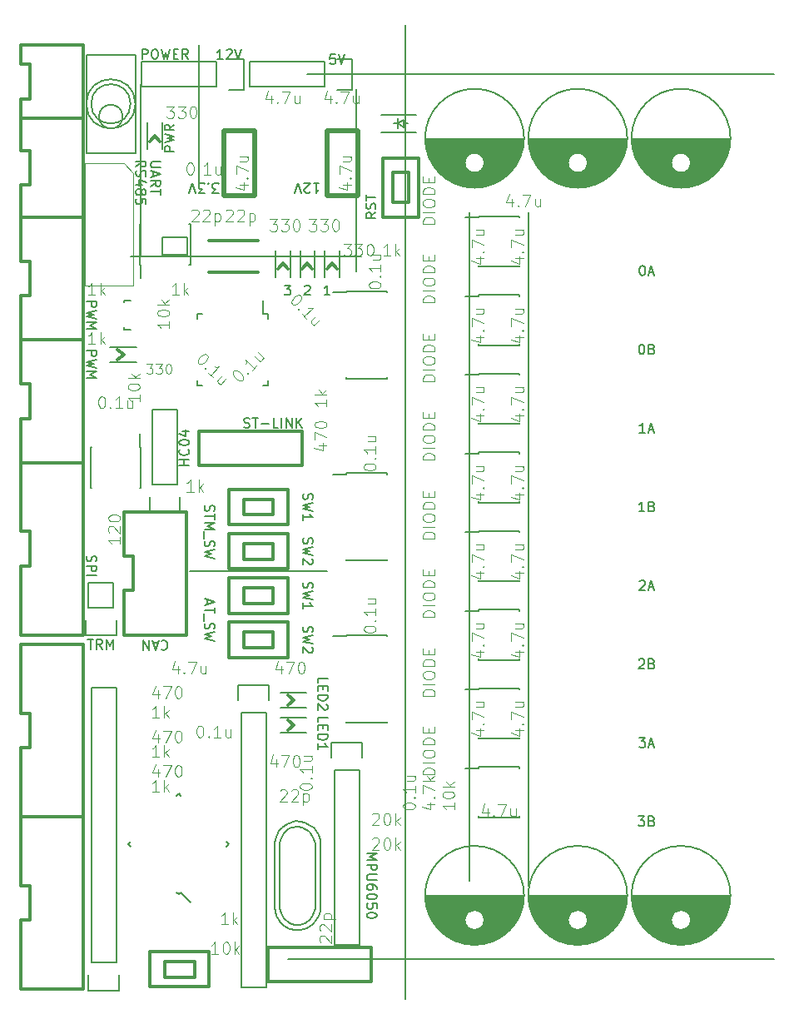
<source format=gbr>
G04 #@! TF.FileFunction,Legend,Top*
%FSLAX46Y46*%
G04 Gerber Fmt 4.6, Leading zero omitted, Abs format (unit mm)*
G04 Created by KiCad (PCBNEW 4.0.6) date 08/07/17 13:50:18*
%MOMM*%
%LPD*%
G01*
G04 APERTURE LIST*
%ADD10C,0.100000*%
%ADD11C,0.200000*%
%ADD12C,0.300000*%
%ADD13C,0.150000*%
%ADD14C,0.500000*%
%ADD15C,0.120000*%
%ADD16C,0.101600*%
G04 APERTURE END LIST*
D10*
D11*
X62666667Y-78452381D02*
X63285715Y-78452381D01*
X62952381Y-78833333D01*
X63095239Y-78833333D01*
X63190477Y-78880952D01*
X63238096Y-78928571D01*
X63285715Y-79023810D01*
X63285715Y-79261905D01*
X63238096Y-79357143D01*
X63190477Y-79404762D01*
X63095239Y-79452381D01*
X62809524Y-79452381D01*
X62714286Y-79404762D01*
X62666667Y-79357143D01*
X64047620Y-78928571D02*
X64190477Y-78976190D01*
X64238096Y-79023810D01*
X64285715Y-79119048D01*
X64285715Y-79261905D01*
X64238096Y-79357143D01*
X64190477Y-79404762D01*
X64095239Y-79452381D01*
X63714286Y-79452381D01*
X63714286Y-78452381D01*
X64047620Y-78452381D01*
X64142858Y-78500000D01*
X64190477Y-78547619D01*
X64238096Y-78642857D01*
X64238096Y-78738095D01*
X64190477Y-78833333D01*
X64142858Y-78880952D01*
X64047620Y-78928571D01*
X63714286Y-78928571D01*
X62738095Y-70452381D02*
X63357143Y-70452381D01*
X63023809Y-70833333D01*
X63166667Y-70833333D01*
X63261905Y-70880952D01*
X63309524Y-70928571D01*
X63357143Y-71023810D01*
X63357143Y-71261905D01*
X63309524Y-71357143D01*
X63261905Y-71404762D01*
X63166667Y-71452381D01*
X62880952Y-71452381D01*
X62785714Y-71404762D01*
X62738095Y-71357143D01*
X63738095Y-71166667D02*
X64214286Y-71166667D01*
X63642857Y-71452381D02*
X63976190Y-70452381D01*
X64309524Y-71452381D01*
X62714286Y-62547619D02*
X62761905Y-62500000D01*
X62857143Y-62452381D01*
X63095239Y-62452381D01*
X63190477Y-62500000D01*
X63238096Y-62547619D01*
X63285715Y-62642857D01*
X63285715Y-62738095D01*
X63238096Y-62880952D01*
X62666667Y-63452381D01*
X63285715Y-63452381D01*
X64047620Y-62928571D02*
X64190477Y-62976190D01*
X64238096Y-63023810D01*
X64285715Y-63119048D01*
X64285715Y-63261905D01*
X64238096Y-63357143D01*
X64190477Y-63404762D01*
X64095239Y-63452381D01*
X63714286Y-63452381D01*
X63714286Y-62452381D01*
X64047620Y-62452381D01*
X64142858Y-62500000D01*
X64190477Y-62547619D01*
X64238096Y-62642857D01*
X64238096Y-62738095D01*
X64190477Y-62833333D01*
X64142858Y-62880952D01*
X64047620Y-62928571D01*
X63714286Y-62928571D01*
X62785714Y-54547619D02*
X62833333Y-54500000D01*
X62928571Y-54452381D01*
X63166667Y-54452381D01*
X63261905Y-54500000D01*
X63309524Y-54547619D01*
X63357143Y-54642857D01*
X63357143Y-54738095D01*
X63309524Y-54880952D01*
X62738095Y-55452381D01*
X63357143Y-55452381D01*
X63738095Y-55166667D02*
X64214286Y-55166667D01*
X63642857Y-55452381D02*
X63976190Y-54452381D01*
X64309524Y-55452381D01*
X63285715Y-47452381D02*
X62714286Y-47452381D01*
X63000000Y-47452381D02*
X63000000Y-46452381D01*
X62904762Y-46595238D01*
X62809524Y-46690476D01*
X62714286Y-46738095D01*
X64047620Y-46928571D02*
X64190477Y-46976190D01*
X64238096Y-47023810D01*
X64285715Y-47119048D01*
X64285715Y-47261905D01*
X64238096Y-47357143D01*
X64190477Y-47404762D01*
X64095239Y-47452381D01*
X63714286Y-47452381D01*
X63714286Y-46452381D01*
X64047620Y-46452381D01*
X64142858Y-46500000D01*
X64190477Y-46547619D01*
X64238096Y-46642857D01*
X64238096Y-46738095D01*
X64190477Y-46833333D01*
X64142858Y-46880952D01*
X64047620Y-46928571D01*
X63714286Y-46928571D01*
X63357143Y-39452381D02*
X62785714Y-39452381D01*
X63071428Y-39452381D02*
X63071428Y-38452381D01*
X62976190Y-38595238D01*
X62880952Y-38690476D01*
X62785714Y-38738095D01*
X63738095Y-39166667D02*
X64214286Y-39166667D01*
X63642857Y-39452381D02*
X63976190Y-38452381D01*
X64309524Y-39452381D01*
X62952381Y-30452381D02*
X63047620Y-30452381D01*
X63142858Y-30500000D01*
X63190477Y-30547619D01*
X63238096Y-30642857D01*
X63285715Y-30833333D01*
X63285715Y-31071429D01*
X63238096Y-31261905D01*
X63190477Y-31357143D01*
X63142858Y-31404762D01*
X63047620Y-31452381D01*
X62952381Y-31452381D01*
X62857143Y-31404762D01*
X62809524Y-31357143D01*
X62761905Y-31261905D01*
X62714286Y-31071429D01*
X62714286Y-30833333D01*
X62761905Y-30642857D01*
X62809524Y-30547619D01*
X62857143Y-30500000D01*
X62952381Y-30452381D01*
X64047620Y-30928571D02*
X64190477Y-30976190D01*
X64238096Y-31023810D01*
X64285715Y-31119048D01*
X64285715Y-31261905D01*
X64238096Y-31357143D01*
X64190477Y-31404762D01*
X64095239Y-31452381D01*
X63714286Y-31452381D01*
X63714286Y-30452381D01*
X64047620Y-30452381D01*
X64142858Y-30500000D01*
X64190477Y-30547619D01*
X64238096Y-30642857D01*
X64238096Y-30738095D01*
X64190477Y-30833333D01*
X64142858Y-30880952D01*
X64047620Y-30928571D01*
X63714286Y-30928571D01*
X63023809Y-22452381D02*
X63119048Y-22452381D01*
X63214286Y-22500000D01*
X63261905Y-22547619D01*
X63309524Y-22642857D01*
X63357143Y-22833333D01*
X63357143Y-23071429D01*
X63309524Y-23261905D01*
X63261905Y-23357143D01*
X63214286Y-23404762D01*
X63119048Y-23452381D01*
X63023809Y-23452381D01*
X62928571Y-23404762D01*
X62880952Y-23357143D01*
X62833333Y-23261905D01*
X62785714Y-23071429D01*
X62785714Y-22833333D01*
X62833333Y-22642857D01*
X62880952Y-22547619D01*
X62928571Y-22500000D01*
X63023809Y-22452381D01*
X63738095Y-23166667D02*
X64214286Y-23166667D01*
X63642857Y-23452381D02*
X63976190Y-22452381D01*
X64309524Y-23452381D01*
X16952381Y-42738095D02*
X15952381Y-42738095D01*
X16428571Y-42738095D02*
X16428571Y-42166666D01*
X16952381Y-42166666D02*
X15952381Y-42166666D01*
X16857143Y-41119047D02*
X16904762Y-41166666D01*
X16952381Y-41309523D01*
X16952381Y-41404761D01*
X16904762Y-41547619D01*
X16809524Y-41642857D01*
X16714286Y-41690476D01*
X16523810Y-41738095D01*
X16380952Y-41738095D01*
X16190476Y-41690476D01*
X16095238Y-41642857D01*
X16000000Y-41547619D01*
X15952381Y-41404761D01*
X15952381Y-41309523D01*
X16000000Y-41166666D01*
X16047619Y-41119047D01*
X15952381Y-40500000D02*
X15952381Y-40404761D01*
X16000000Y-40309523D01*
X16047619Y-40261904D01*
X16142857Y-40214285D01*
X16333333Y-40166666D01*
X16571429Y-40166666D01*
X16761905Y-40214285D01*
X16857143Y-40261904D01*
X16904762Y-40309523D01*
X16952381Y-40404761D01*
X16952381Y-40500000D01*
X16904762Y-40595238D01*
X16857143Y-40642857D01*
X16761905Y-40690476D01*
X16571429Y-40738095D01*
X16333333Y-40738095D01*
X16142857Y-40690476D01*
X16047619Y-40642857D01*
X16000000Y-40595238D01*
X15952381Y-40500000D01*
X16285714Y-39309523D02*
X16952381Y-39309523D01*
X15904762Y-39547619D02*
X16619048Y-39785714D01*
X16619048Y-39166666D01*
X22547619Y-38904762D02*
X22690476Y-38952381D01*
X22928572Y-38952381D01*
X23023810Y-38904762D01*
X23071429Y-38857143D01*
X23119048Y-38761905D01*
X23119048Y-38666667D01*
X23071429Y-38571429D01*
X23023810Y-38523810D01*
X22928572Y-38476190D01*
X22738095Y-38428571D01*
X22642857Y-38380952D01*
X22595238Y-38333333D01*
X22547619Y-38238095D01*
X22547619Y-38142857D01*
X22595238Y-38047619D01*
X22642857Y-38000000D01*
X22738095Y-37952381D01*
X22976191Y-37952381D01*
X23119048Y-38000000D01*
X23404762Y-37952381D02*
X23976191Y-37952381D01*
X23690476Y-38952381D02*
X23690476Y-37952381D01*
X24309524Y-38571429D02*
X25071429Y-38571429D01*
X26023810Y-38952381D02*
X25547619Y-38952381D01*
X25547619Y-37952381D01*
X26357143Y-38952381D02*
X26357143Y-37952381D01*
X26833333Y-38952381D02*
X26833333Y-37952381D01*
X27404762Y-38952381D01*
X27404762Y-37952381D01*
X27880952Y-38952381D02*
X27880952Y-37952381D01*
X28452381Y-38952381D02*
X28023809Y-38380952D01*
X28452381Y-37952381D02*
X27880952Y-38523810D01*
X26666667Y-24452381D02*
X27285715Y-24452381D01*
X26952381Y-24833333D01*
X27095239Y-24833333D01*
X27190477Y-24880952D01*
X27238096Y-24928571D01*
X27285715Y-25023810D01*
X27285715Y-25261905D01*
X27238096Y-25357143D01*
X27190477Y-25404762D01*
X27095239Y-25452381D01*
X26809524Y-25452381D01*
X26714286Y-25404762D01*
X26666667Y-25357143D01*
X28714286Y-24547619D02*
X28761905Y-24500000D01*
X28857143Y-24452381D01*
X29095239Y-24452381D01*
X29190477Y-24500000D01*
X29238096Y-24547619D01*
X29285715Y-24642857D01*
X29285715Y-24738095D01*
X29238096Y-24880952D01*
X28666667Y-25452381D01*
X29285715Y-25452381D01*
X31285715Y-25452381D02*
X30714286Y-25452381D01*
X31000000Y-25452381D02*
X31000000Y-24452381D01*
X30904762Y-24595238D01*
X30809524Y-24690476D01*
X30714286Y-24738095D01*
X30047619Y-68880953D02*
X30047619Y-68404762D01*
X31047619Y-68404762D01*
X30571429Y-69214286D02*
X30571429Y-69547620D01*
X30047619Y-69690477D02*
X30047619Y-69214286D01*
X31047619Y-69214286D01*
X31047619Y-69690477D01*
X30047619Y-70119048D02*
X31047619Y-70119048D01*
X31047619Y-70357143D01*
X31000000Y-70500001D01*
X30904762Y-70595239D01*
X30809524Y-70642858D01*
X30619048Y-70690477D01*
X30476190Y-70690477D01*
X30285714Y-70642858D01*
X30190476Y-70595239D01*
X30095238Y-70500001D01*
X30047619Y-70357143D01*
X30047619Y-70119048D01*
X30047619Y-71642858D02*
X30047619Y-71071429D01*
X30047619Y-71357143D02*
X31047619Y-71357143D01*
X30904762Y-71261905D01*
X30809524Y-71166667D01*
X30761905Y-71071429D01*
X30047619Y-64880953D02*
X30047619Y-64404762D01*
X31047619Y-64404762D01*
X30571429Y-65214286D02*
X30571429Y-65547620D01*
X30047619Y-65690477D02*
X30047619Y-65214286D01*
X31047619Y-65214286D01*
X31047619Y-65690477D01*
X30047619Y-66119048D02*
X31047619Y-66119048D01*
X31047619Y-66357143D01*
X31000000Y-66500001D01*
X30904762Y-66595239D01*
X30809524Y-66642858D01*
X30619048Y-66690477D01*
X30476190Y-66690477D01*
X30285714Y-66642858D01*
X30190476Y-66595239D01*
X30095238Y-66500001D01*
X30047619Y-66357143D01*
X30047619Y-66119048D01*
X30952381Y-67071429D02*
X31000000Y-67119048D01*
X31047619Y-67214286D01*
X31047619Y-67452382D01*
X31000000Y-67547620D01*
X30952381Y-67595239D01*
X30857143Y-67642858D01*
X30761905Y-67642858D01*
X30619048Y-67595239D01*
X30047619Y-67023810D01*
X30047619Y-67642858D01*
X35047619Y-82238095D02*
X36047619Y-82238095D01*
X35333333Y-82571429D01*
X36047619Y-82904762D01*
X35047619Y-82904762D01*
X35047619Y-83380952D02*
X36047619Y-83380952D01*
X36047619Y-83761905D01*
X36000000Y-83857143D01*
X35952381Y-83904762D01*
X35857143Y-83952381D01*
X35714286Y-83952381D01*
X35619048Y-83904762D01*
X35571429Y-83857143D01*
X35523810Y-83761905D01*
X35523810Y-83380952D01*
X36047619Y-84380952D02*
X35238095Y-84380952D01*
X35142857Y-84428571D01*
X35095238Y-84476190D01*
X35047619Y-84571428D01*
X35047619Y-84761905D01*
X35095238Y-84857143D01*
X35142857Y-84904762D01*
X35238095Y-84952381D01*
X36047619Y-84952381D01*
X36047619Y-85857143D02*
X36047619Y-85666666D01*
X36000000Y-85571428D01*
X35952381Y-85523809D01*
X35809524Y-85428571D01*
X35619048Y-85380952D01*
X35238095Y-85380952D01*
X35142857Y-85428571D01*
X35095238Y-85476190D01*
X35047619Y-85571428D01*
X35047619Y-85761905D01*
X35095238Y-85857143D01*
X35142857Y-85904762D01*
X35238095Y-85952381D01*
X35476190Y-85952381D01*
X35571429Y-85904762D01*
X35619048Y-85857143D01*
X35666667Y-85761905D01*
X35666667Y-85571428D01*
X35619048Y-85476190D01*
X35571429Y-85428571D01*
X35476190Y-85380952D01*
X36047619Y-86571428D02*
X36047619Y-86666667D01*
X36000000Y-86761905D01*
X35952381Y-86809524D01*
X35857143Y-86857143D01*
X35666667Y-86904762D01*
X35428571Y-86904762D01*
X35238095Y-86857143D01*
X35142857Y-86809524D01*
X35095238Y-86761905D01*
X35047619Y-86666667D01*
X35047619Y-86571428D01*
X35095238Y-86476190D01*
X35142857Y-86428571D01*
X35238095Y-86380952D01*
X35428571Y-86333333D01*
X35666667Y-86333333D01*
X35857143Y-86380952D01*
X35952381Y-86428571D01*
X36000000Y-86476190D01*
X36047619Y-86571428D01*
X36047619Y-87809524D02*
X36047619Y-87333333D01*
X35571429Y-87285714D01*
X35619048Y-87333333D01*
X35666667Y-87428571D01*
X35666667Y-87666667D01*
X35619048Y-87761905D01*
X35571429Y-87809524D01*
X35476190Y-87857143D01*
X35238095Y-87857143D01*
X35142857Y-87809524D01*
X35095238Y-87761905D01*
X35047619Y-87666667D01*
X35047619Y-87428571D01*
X35095238Y-87333333D01*
X35142857Y-87285714D01*
X36047619Y-88476190D02*
X36047619Y-88571429D01*
X36000000Y-88666667D01*
X35952381Y-88714286D01*
X35857143Y-88761905D01*
X35666667Y-88809524D01*
X35428571Y-88809524D01*
X35238095Y-88761905D01*
X35142857Y-88714286D01*
X35095238Y-88666667D01*
X35047619Y-88571429D01*
X35047619Y-88476190D01*
X35095238Y-88380952D01*
X35142857Y-88333333D01*
X35238095Y-88285714D01*
X35428571Y-88238095D01*
X35666667Y-88238095D01*
X35857143Y-88285714D01*
X35952381Y-88333333D01*
X36000000Y-88380952D01*
X36047619Y-88476190D01*
X15452381Y-10833333D02*
X14452381Y-10833333D01*
X14452381Y-10452380D01*
X14500000Y-10357142D01*
X14547619Y-10309523D01*
X14642857Y-10261904D01*
X14785714Y-10261904D01*
X14880952Y-10309523D01*
X14928571Y-10357142D01*
X14976190Y-10452380D01*
X14976190Y-10833333D01*
X14452381Y-9928571D02*
X15452381Y-9690476D01*
X14738095Y-9499999D01*
X15452381Y-9309523D01*
X14452381Y-9071428D01*
X15452381Y-8119047D02*
X14976190Y-8452381D01*
X15452381Y-8690476D02*
X14452381Y-8690476D01*
X14452381Y-8309523D01*
X14500000Y-8214285D01*
X14547619Y-8166666D01*
X14642857Y-8119047D01*
X14785714Y-8119047D01*
X14880952Y-8166666D01*
X14928571Y-8214285D01*
X14976190Y-8309523D01*
X14976190Y-8690476D01*
X35952381Y-17047619D02*
X35476190Y-17380953D01*
X35952381Y-17619048D02*
X34952381Y-17619048D01*
X34952381Y-17238095D01*
X35000000Y-17142857D01*
X35047619Y-17095238D01*
X35142857Y-17047619D01*
X35285714Y-17047619D01*
X35380952Y-17095238D01*
X35428571Y-17142857D01*
X35476190Y-17238095D01*
X35476190Y-17619048D01*
X35904762Y-16666667D02*
X35952381Y-16523810D01*
X35952381Y-16285714D01*
X35904762Y-16190476D01*
X35857143Y-16142857D01*
X35761905Y-16095238D01*
X35666667Y-16095238D01*
X35571429Y-16142857D01*
X35523810Y-16190476D01*
X35476190Y-16285714D01*
X35428571Y-16476191D01*
X35380952Y-16571429D01*
X35333333Y-16619048D01*
X35238095Y-16666667D01*
X35142857Y-16666667D01*
X35047619Y-16619048D01*
X35000000Y-16571429D01*
X34952381Y-16476191D01*
X34952381Y-16238095D01*
X35000000Y-16095238D01*
X34952381Y-15809524D02*
X34952381Y-15238095D01*
X35952381Y-15523810D02*
X34952381Y-15523810D01*
X12190476Y-1452381D02*
X12190476Y-452381D01*
X12571429Y-452381D01*
X12666667Y-500000D01*
X12714286Y-547619D01*
X12761905Y-642857D01*
X12761905Y-785714D01*
X12714286Y-880952D01*
X12666667Y-928571D01*
X12571429Y-976190D01*
X12190476Y-976190D01*
X13380952Y-452381D02*
X13571429Y-452381D01*
X13666667Y-500000D01*
X13761905Y-595238D01*
X13809524Y-785714D01*
X13809524Y-1119048D01*
X13761905Y-1309524D01*
X13666667Y-1404762D01*
X13571429Y-1452381D01*
X13380952Y-1452381D01*
X13285714Y-1404762D01*
X13190476Y-1309524D01*
X13142857Y-1119048D01*
X13142857Y-785714D01*
X13190476Y-595238D01*
X13285714Y-500000D01*
X13380952Y-452381D01*
X14142857Y-452381D02*
X14380952Y-1452381D01*
X14571429Y-738095D01*
X14761905Y-1452381D01*
X15000000Y-452381D01*
X15380952Y-928571D02*
X15714286Y-928571D01*
X15857143Y-1452381D02*
X15380952Y-1452381D01*
X15380952Y-452381D01*
X15857143Y-452381D01*
X16857143Y-1452381D02*
X16523809Y-976190D01*
X16285714Y-1452381D02*
X16285714Y-452381D01*
X16666667Y-452381D01*
X16761905Y-500000D01*
X16809524Y-547619D01*
X16857143Y-642857D01*
X16857143Y-785714D01*
X16809524Y-880952D01*
X16761905Y-928571D01*
X16666667Y-976190D01*
X16285714Y-976190D01*
X20380953Y-1452381D02*
X19809524Y-1452381D01*
X20095238Y-1452381D02*
X20095238Y-452381D01*
X20000000Y-595238D01*
X19904762Y-690476D01*
X19809524Y-738095D01*
X20761905Y-547619D02*
X20809524Y-500000D01*
X20904762Y-452381D01*
X21142858Y-452381D01*
X21238096Y-500000D01*
X21285715Y-547619D01*
X21333334Y-642857D01*
X21333334Y-738095D01*
X21285715Y-880952D01*
X20714286Y-1452381D01*
X21333334Y-1452381D01*
X21619048Y-452381D02*
X21952381Y-1452381D01*
X22285715Y-452381D01*
X31809524Y-952381D02*
X31333333Y-952381D01*
X31285714Y-1428571D01*
X31333333Y-1380952D01*
X31428571Y-1333333D01*
X31666667Y-1333333D01*
X31761905Y-1380952D01*
X31809524Y-1428571D01*
X31857143Y-1523810D01*
X31857143Y-1761905D01*
X31809524Y-1857143D01*
X31761905Y-1904762D01*
X31666667Y-1952381D01*
X31428571Y-1952381D01*
X31333333Y-1904762D01*
X31285714Y-1857143D01*
X32142857Y-952381D02*
X32476190Y-1952381D01*
X32809524Y-952381D01*
X29619047Y-14047619D02*
X30190476Y-14047619D01*
X29904762Y-14047619D02*
X29904762Y-15047619D01*
X30000000Y-14904762D01*
X30095238Y-14809524D01*
X30190476Y-14761905D01*
X29238095Y-14952381D02*
X29190476Y-15000000D01*
X29095238Y-15047619D01*
X28857142Y-15047619D01*
X28761904Y-15000000D01*
X28714285Y-14952381D01*
X28666666Y-14857143D01*
X28666666Y-14761905D01*
X28714285Y-14619048D01*
X29285714Y-14047619D01*
X28666666Y-14047619D01*
X28380952Y-15047619D02*
X28047619Y-14047619D01*
X27714285Y-15047619D01*
X19976190Y-15047619D02*
X19357142Y-15047619D01*
X19690476Y-14666667D01*
X19547618Y-14666667D01*
X19452380Y-14619048D01*
X19404761Y-14571429D01*
X19357142Y-14476190D01*
X19357142Y-14238095D01*
X19404761Y-14142857D01*
X19452380Y-14095238D01*
X19547618Y-14047619D01*
X19833333Y-14047619D01*
X19928571Y-14095238D01*
X19976190Y-14142857D01*
X18928571Y-14142857D02*
X18880952Y-14095238D01*
X18928571Y-14047619D01*
X18976190Y-14095238D01*
X18928571Y-14142857D01*
X18928571Y-14047619D01*
X18547619Y-15047619D02*
X17928571Y-15047619D01*
X18261905Y-14666667D01*
X18119047Y-14666667D01*
X18023809Y-14619048D01*
X17976190Y-14571429D01*
X17928571Y-14476190D01*
X17928571Y-14238095D01*
X17976190Y-14142857D01*
X18023809Y-14095238D01*
X18119047Y-14047619D01*
X18404762Y-14047619D01*
X18500000Y-14095238D01*
X18547619Y-14142857D01*
X17642857Y-15047619D02*
X17309524Y-14047619D01*
X16976190Y-15047619D01*
X14047619Y-11904762D02*
X13238095Y-11904762D01*
X13142857Y-11952381D01*
X13095238Y-12000000D01*
X13047619Y-12095238D01*
X13047619Y-12285715D01*
X13095238Y-12380953D01*
X13142857Y-12428572D01*
X13238095Y-12476191D01*
X14047619Y-12476191D01*
X13333333Y-12904762D02*
X13333333Y-13380953D01*
X13047619Y-12809524D02*
X14047619Y-13142857D01*
X13047619Y-13476191D01*
X13047619Y-14380953D02*
X13523810Y-14047619D01*
X13047619Y-13809524D02*
X14047619Y-13809524D01*
X14047619Y-14190477D01*
X14000000Y-14285715D01*
X13952381Y-14333334D01*
X13857143Y-14380953D01*
X13714286Y-14380953D01*
X13619048Y-14333334D01*
X13571429Y-14285715D01*
X13523810Y-14190477D01*
X13523810Y-13809524D01*
X14047619Y-14666667D02*
X14047619Y-15238096D01*
X13047619Y-14952381D02*
X14047619Y-14952381D01*
X11547619Y-12404762D02*
X12023810Y-12071428D01*
X11547619Y-11833333D02*
X12547619Y-11833333D01*
X12547619Y-12214286D01*
X12500000Y-12309524D01*
X12452381Y-12357143D01*
X12357143Y-12404762D01*
X12214286Y-12404762D01*
X12119048Y-12357143D01*
X12071429Y-12309524D01*
X12023810Y-12214286D01*
X12023810Y-11833333D01*
X11595238Y-12785714D02*
X11547619Y-12928571D01*
X11547619Y-13166667D01*
X11595238Y-13261905D01*
X11642857Y-13309524D01*
X11738095Y-13357143D01*
X11833333Y-13357143D01*
X11928571Y-13309524D01*
X11976190Y-13261905D01*
X12023810Y-13166667D01*
X12071429Y-12976190D01*
X12119048Y-12880952D01*
X12166667Y-12833333D01*
X12261905Y-12785714D01*
X12357143Y-12785714D01*
X12452381Y-12833333D01*
X12500000Y-12880952D01*
X12547619Y-12976190D01*
X12547619Y-13214286D01*
X12500000Y-13357143D01*
X12214286Y-14214286D02*
X11547619Y-14214286D01*
X12595238Y-13976190D02*
X11880952Y-13738095D01*
X11880952Y-14357143D01*
X12119048Y-14880952D02*
X12166667Y-14785714D01*
X12214286Y-14738095D01*
X12309524Y-14690476D01*
X12357143Y-14690476D01*
X12452381Y-14738095D01*
X12500000Y-14785714D01*
X12547619Y-14880952D01*
X12547619Y-15071429D01*
X12500000Y-15166667D01*
X12452381Y-15214286D01*
X12357143Y-15261905D01*
X12309524Y-15261905D01*
X12214286Y-15214286D01*
X12166667Y-15166667D01*
X12119048Y-15071429D01*
X12119048Y-14880952D01*
X12071429Y-14785714D01*
X12023810Y-14738095D01*
X11928571Y-14690476D01*
X11738095Y-14690476D01*
X11642857Y-14738095D01*
X11595238Y-14785714D01*
X11547619Y-14880952D01*
X11547619Y-15071429D01*
X11595238Y-15166667D01*
X11642857Y-15214286D01*
X11738095Y-15261905D01*
X11928571Y-15261905D01*
X12023810Y-15214286D01*
X12071429Y-15166667D01*
X12119048Y-15071429D01*
X12547619Y-16166667D02*
X12547619Y-15690476D01*
X12071429Y-15642857D01*
X12119048Y-15690476D01*
X12166667Y-15785714D01*
X12166667Y-16023810D01*
X12119048Y-16119048D01*
X12071429Y-16166667D01*
X11976190Y-16214286D01*
X11738095Y-16214286D01*
X11642857Y-16166667D01*
X11595238Y-16119048D01*
X11547619Y-16023810D01*
X11547619Y-15785714D01*
X11595238Y-15690476D01*
X11642857Y-15642857D01*
X6547619Y-26095238D02*
X7547619Y-26095238D01*
X7547619Y-26476191D01*
X7500000Y-26571429D01*
X7452381Y-26619048D01*
X7357143Y-26666667D01*
X7214286Y-26666667D01*
X7119048Y-26619048D01*
X7071429Y-26571429D01*
X7023810Y-26476191D01*
X7023810Y-26095238D01*
X7547619Y-27000000D02*
X6547619Y-27238095D01*
X7261905Y-27428572D01*
X6547619Y-27619048D01*
X7547619Y-27857143D01*
X6547619Y-28238095D02*
X7547619Y-28238095D01*
X6833333Y-28571429D01*
X7547619Y-28904762D01*
X6547619Y-28904762D01*
X6547619Y-31095238D02*
X7547619Y-31095238D01*
X7547619Y-31476191D01*
X7500000Y-31571429D01*
X7452381Y-31619048D01*
X7357143Y-31666667D01*
X7214286Y-31666667D01*
X7119048Y-31619048D01*
X7071429Y-31571429D01*
X7023810Y-31476191D01*
X7023810Y-31095238D01*
X7547619Y-32000000D02*
X6547619Y-32238095D01*
X7261905Y-32428572D01*
X6547619Y-32619048D01*
X7547619Y-32857143D01*
X6547619Y-33238095D02*
X7547619Y-33238095D01*
X6833333Y-33571429D01*
X7547619Y-33904762D01*
X6547619Y-33904762D01*
X6595238Y-51976191D02*
X6547619Y-52119048D01*
X6547619Y-52357144D01*
X6595238Y-52452382D01*
X6642857Y-52500001D01*
X6738095Y-52547620D01*
X6833333Y-52547620D01*
X6928571Y-52500001D01*
X6976190Y-52452382D01*
X7023810Y-52357144D01*
X7071429Y-52166667D01*
X7119048Y-52071429D01*
X7166667Y-52023810D01*
X7261905Y-51976191D01*
X7357143Y-51976191D01*
X7452381Y-52023810D01*
X7500000Y-52071429D01*
X7547619Y-52166667D01*
X7547619Y-52404763D01*
X7500000Y-52547620D01*
X6547619Y-52976191D02*
X7547619Y-52976191D01*
X7547619Y-53357144D01*
X7500000Y-53452382D01*
X7452381Y-53500001D01*
X7357143Y-53547620D01*
X7214286Y-53547620D01*
X7119048Y-53500001D01*
X7071429Y-53452382D01*
X7023810Y-53357144D01*
X7023810Y-52976191D01*
X6547619Y-53976191D02*
X7547619Y-53976191D01*
X6642857Y-60452381D02*
X7214286Y-60452381D01*
X6928571Y-61452381D02*
X6928571Y-60452381D01*
X8119048Y-61452381D02*
X7785714Y-60976190D01*
X7547619Y-61452381D02*
X7547619Y-60452381D01*
X7928572Y-60452381D01*
X8023810Y-60500000D01*
X8071429Y-60547619D01*
X8119048Y-60642857D01*
X8119048Y-60785714D01*
X8071429Y-60880952D01*
X8023810Y-60928571D01*
X7928572Y-60976190D01*
X7547619Y-60976190D01*
X8547619Y-61452381D02*
X8547619Y-60452381D01*
X8880953Y-61166667D01*
X9214286Y-60452381D01*
X9214286Y-61452381D01*
X14142857Y-60642857D02*
X14190476Y-60595238D01*
X14333333Y-60547619D01*
X14428571Y-60547619D01*
X14571429Y-60595238D01*
X14666667Y-60690476D01*
X14714286Y-60785714D01*
X14761905Y-60976190D01*
X14761905Y-61119048D01*
X14714286Y-61309524D01*
X14666667Y-61404762D01*
X14571429Y-61500000D01*
X14428571Y-61547619D01*
X14333333Y-61547619D01*
X14190476Y-61500000D01*
X14142857Y-61452381D01*
X13761905Y-60833333D02*
X13285714Y-60833333D01*
X13857143Y-60547619D02*
X13523810Y-61547619D01*
X13190476Y-60547619D01*
X12857143Y-60547619D02*
X12857143Y-61547619D01*
X12285714Y-60547619D01*
X12285714Y-61547619D01*
X18595238Y-46833333D02*
X18547619Y-46976190D01*
X18547619Y-47214286D01*
X18595238Y-47309524D01*
X18642857Y-47357143D01*
X18738095Y-47404762D01*
X18833333Y-47404762D01*
X18928571Y-47357143D01*
X18976190Y-47309524D01*
X19023810Y-47214286D01*
X19071429Y-47023809D01*
X19119048Y-46928571D01*
X19166667Y-46880952D01*
X19261905Y-46833333D01*
X19357143Y-46833333D01*
X19452381Y-46880952D01*
X19500000Y-46928571D01*
X19547619Y-47023809D01*
X19547619Y-47261905D01*
X19500000Y-47404762D01*
X19547619Y-47690476D02*
X19547619Y-48261905D01*
X18547619Y-47976190D02*
X19547619Y-47976190D01*
X18547619Y-48595238D02*
X19547619Y-48595238D01*
X18833333Y-48928572D01*
X19547619Y-49261905D01*
X18547619Y-49261905D01*
X18452381Y-49500000D02*
X18452381Y-50261905D01*
X18595238Y-50452381D02*
X18547619Y-50595238D01*
X18547619Y-50833334D01*
X18595238Y-50928572D01*
X18642857Y-50976191D01*
X18738095Y-51023810D01*
X18833333Y-51023810D01*
X18928571Y-50976191D01*
X18976190Y-50928572D01*
X19023810Y-50833334D01*
X19071429Y-50642857D01*
X19119048Y-50547619D01*
X19166667Y-50500000D01*
X19261905Y-50452381D01*
X19357143Y-50452381D01*
X19452381Y-50500000D01*
X19500000Y-50547619D01*
X19547619Y-50642857D01*
X19547619Y-50880953D01*
X19500000Y-51023810D01*
X19547619Y-51357143D02*
X18547619Y-51595238D01*
X19261905Y-51785715D01*
X18547619Y-51976191D01*
X19547619Y-52214286D01*
X28595238Y-50166667D02*
X28547619Y-50309524D01*
X28547619Y-50547620D01*
X28595238Y-50642858D01*
X28642857Y-50690477D01*
X28738095Y-50738096D01*
X28833333Y-50738096D01*
X28928571Y-50690477D01*
X28976190Y-50642858D01*
X29023810Y-50547620D01*
X29071429Y-50357143D01*
X29119048Y-50261905D01*
X29166667Y-50214286D01*
X29261905Y-50166667D01*
X29357143Y-50166667D01*
X29452381Y-50214286D01*
X29500000Y-50261905D01*
X29547619Y-50357143D01*
X29547619Y-50595239D01*
X29500000Y-50738096D01*
X29547619Y-51071429D02*
X28547619Y-51309524D01*
X29261905Y-51500001D01*
X28547619Y-51690477D01*
X29547619Y-51928572D01*
X29452381Y-52261905D02*
X29500000Y-52309524D01*
X29547619Y-52404762D01*
X29547619Y-52642858D01*
X29500000Y-52738096D01*
X29452381Y-52785715D01*
X29357143Y-52833334D01*
X29261905Y-52833334D01*
X29119048Y-52785715D01*
X28547619Y-52214286D01*
X28547619Y-52833334D01*
X28595238Y-45666667D02*
X28547619Y-45809524D01*
X28547619Y-46047620D01*
X28595238Y-46142858D01*
X28642857Y-46190477D01*
X28738095Y-46238096D01*
X28833333Y-46238096D01*
X28928571Y-46190477D01*
X28976190Y-46142858D01*
X29023810Y-46047620D01*
X29071429Y-45857143D01*
X29119048Y-45761905D01*
X29166667Y-45714286D01*
X29261905Y-45666667D01*
X29357143Y-45666667D01*
X29452381Y-45714286D01*
X29500000Y-45761905D01*
X29547619Y-45857143D01*
X29547619Y-46095239D01*
X29500000Y-46238096D01*
X29547619Y-46571429D02*
X28547619Y-46809524D01*
X29261905Y-47000001D01*
X28547619Y-47190477D01*
X29547619Y-47428572D01*
X28547619Y-48333334D02*
X28547619Y-47761905D01*
X28547619Y-48047619D02*
X29547619Y-48047619D01*
X29404762Y-47952381D01*
X29309524Y-47857143D01*
X29261905Y-47761905D01*
X17000000Y-53500000D02*
X31000000Y-53500000D01*
X28595238Y-59166667D02*
X28547619Y-59309524D01*
X28547619Y-59547620D01*
X28595238Y-59642858D01*
X28642857Y-59690477D01*
X28738095Y-59738096D01*
X28833333Y-59738096D01*
X28928571Y-59690477D01*
X28976190Y-59642858D01*
X29023810Y-59547620D01*
X29071429Y-59357143D01*
X29119048Y-59261905D01*
X29166667Y-59214286D01*
X29261905Y-59166667D01*
X29357143Y-59166667D01*
X29452381Y-59214286D01*
X29500000Y-59261905D01*
X29547619Y-59357143D01*
X29547619Y-59595239D01*
X29500000Y-59738096D01*
X29547619Y-60071429D02*
X28547619Y-60309524D01*
X29261905Y-60500001D01*
X28547619Y-60690477D01*
X29547619Y-60928572D01*
X29452381Y-61261905D02*
X29500000Y-61309524D01*
X29547619Y-61404762D01*
X29547619Y-61642858D01*
X29500000Y-61738096D01*
X29452381Y-61785715D01*
X29357143Y-61833334D01*
X29261905Y-61833334D01*
X29119048Y-61785715D01*
X28547619Y-61214286D01*
X28547619Y-61833334D01*
X28595238Y-54666667D02*
X28547619Y-54809524D01*
X28547619Y-55047620D01*
X28595238Y-55142858D01*
X28642857Y-55190477D01*
X28738095Y-55238096D01*
X28833333Y-55238096D01*
X28928571Y-55190477D01*
X28976190Y-55142858D01*
X29023810Y-55047620D01*
X29071429Y-54857143D01*
X29119048Y-54761905D01*
X29166667Y-54714286D01*
X29261905Y-54666667D01*
X29357143Y-54666667D01*
X29452381Y-54714286D01*
X29500000Y-54761905D01*
X29547619Y-54857143D01*
X29547619Y-55095239D01*
X29500000Y-55238096D01*
X29547619Y-55571429D02*
X28547619Y-55809524D01*
X29261905Y-56000001D01*
X28547619Y-56190477D01*
X29547619Y-56428572D01*
X28547619Y-57333334D02*
X28547619Y-56761905D01*
X28547619Y-57047619D02*
X29547619Y-57047619D01*
X29404762Y-56952381D01*
X29309524Y-56857143D01*
X29261905Y-56761905D01*
X18833333Y-56452381D02*
X18833333Y-56928572D01*
X18547619Y-56357143D02*
X19547619Y-56690476D01*
X18547619Y-57023810D01*
X19547619Y-57214286D02*
X19547619Y-57785715D01*
X18547619Y-57500000D02*
X19547619Y-57500000D01*
X18452381Y-57880953D02*
X18452381Y-58642858D01*
X18595238Y-58833334D02*
X18547619Y-58976191D01*
X18547619Y-59214287D01*
X18595238Y-59309525D01*
X18642857Y-59357144D01*
X18738095Y-59404763D01*
X18833333Y-59404763D01*
X18928571Y-59357144D01*
X18976190Y-59309525D01*
X19023810Y-59214287D01*
X19071429Y-59023810D01*
X19119048Y-58928572D01*
X19166667Y-58880953D01*
X19261905Y-58833334D01*
X19357143Y-58833334D01*
X19452381Y-58880953D01*
X19500000Y-58928572D01*
X19547619Y-59023810D01*
X19547619Y-59261906D01*
X19500000Y-59404763D01*
X19547619Y-59738096D02*
X18547619Y-59976191D01*
X19261905Y-60166668D01*
X18547619Y-60357144D01*
X19547619Y-60595239D01*
X34000000Y-4500000D02*
X34000000Y-23000000D01*
X12000000Y-4000000D02*
X12000000Y-21500000D01*
X11000000Y-21500000D02*
X34500000Y-21500000D01*
X18000000Y0D02*
X18000000Y-14000000D01*
X39000000Y2000000D02*
X39000000Y-97000000D01*
X76500000Y-3000000D02*
X29000000Y-3000000D01*
X76500000Y-93000000D02*
X27000000Y-93000000D01*
X51500000Y-17000000D02*
X51500000Y-85500000D01*
X45500000Y-17000000D02*
X45500000Y-85000000D01*
D12*
X-200000Y0D02*
X-200000Y-2000000D01*
X-200000Y-2000000D02*
X800000Y-2000000D01*
X800000Y-2000000D02*
X800000Y-5500000D01*
X800000Y-5500000D02*
X-200000Y-5500000D01*
X-200000Y-5500000D02*
X-200000Y-7500000D01*
X6200000Y0D02*
X-200000Y0D01*
X-200000Y-7500000D02*
X6200000Y-7500000D01*
X6200000Y-7500000D02*
X6200000Y0D01*
X35500000Y-95300000D02*
X25000000Y-95300000D01*
X25000000Y-95300000D02*
X25000000Y-91800000D01*
X25000000Y-91800000D02*
X35500000Y-91800000D01*
X35500000Y-91800000D02*
X35500000Y-95300000D01*
X24000000Y-19900000D02*
X19000000Y-19900000D01*
X24000000Y-23100000D02*
X19000000Y-23100000D01*
D13*
X71999000Y-9575000D02*
X62001000Y-9575000D01*
X71995000Y-9715000D02*
X62005000Y-9715000D01*
X71987000Y-9855000D02*
X62013000Y-9855000D01*
X71975000Y-9995000D02*
X62025000Y-9995000D01*
X71960000Y-10135000D02*
X62040000Y-10135000D01*
X71940000Y-10275000D02*
X62060000Y-10275000D01*
X71916000Y-10415000D02*
X62084000Y-10415000D01*
X71887000Y-10555000D02*
X62113000Y-10555000D01*
X71855000Y-10695000D02*
X62145000Y-10695000D01*
X71818000Y-10835000D02*
X62182000Y-10835000D01*
X71777000Y-10975000D02*
X62223000Y-10975000D01*
X71732000Y-11115000D02*
X67466000Y-11115000D01*
X66534000Y-11115000D02*
X62268000Y-11115000D01*
X71682000Y-11255000D02*
X67667000Y-11255000D01*
X66333000Y-11255000D02*
X62318000Y-11255000D01*
X71627000Y-11395000D02*
X67796000Y-11395000D01*
X66204000Y-11395000D02*
X62373000Y-11395000D01*
X71567000Y-11535000D02*
X67885000Y-11535000D01*
X66115000Y-11535000D02*
X62433000Y-11535000D01*
X71502000Y-11675000D02*
X67946000Y-11675000D01*
X66054000Y-11675000D02*
X62498000Y-11675000D01*
X71432000Y-11815000D02*
X67983000Y-11815000D01*
X66017000Y-11815000D02*
X62568000Y-11815000D01*
X71356000Y-11955000D02*
X67999000Y-11955000D01*
X66001000Y-11955000D02*
X62644000Y-11955000D01*
X71274000Y-12095000D02*
X67995000Y-12095000D01*
X66005000Y-12095000D02*
X62726000Y-12095000D01*
X71186000Y-12235000D02*
X67972000Y-12235000D01*
X66028000Y-12235000D02*
X62814000Y-12235000D01*
X71091000Y-12375000D02*
X67927000Y-12375000D01*
X66073000Y-12375000D02*
X62909000Y-12375000D01*
X70989000Y-12515000D02*
X67857000Y-12515000D01*
X66143000Y-12515000D02*
X63011000Y-12515000D01*
X70879000Y-12655000D02*
X67756000Y-12655000D01*
X66244000Y-12655000D02*
X63121000Y-12655000D01*
X70761000Y-12795000D02*
X67607000Y-12795000D01*
X66393000Y-12795000D02*
X63239000Y-12795000D01*
X70633000Y-12935000D02*
X67355000Y-12935000D01*
X66645000Y-12935000D02*
X63367000Y-12935000D01*
X70496000Y-13075000D02*
X63504000Y-13075000D01*
X70346000Y-13215000D02*
X63654000Y-13215000D01*
X70184000Y-13355000D02*
X63816000Y-13355000D01*
X70007000Y-13495000D02*
X63993000Y-13495000D01*
X69811000Y-13635000D02*
X64189000Y-13635000D01*
X69593000Y-13775000D02*
X64407000Y-13775000D01*
X69347000Y-13915000D02*
X64653000Y-13915000D01*
X69062000Y-14055000D02*
X64938000Y-14055000D01*
X68720000Y-14195000D02*
X65280000Y-14195000D01*
X68274000Y-14335000D02*
X65726000Y-14335000D01*
X67499000Y-14475000D02*
X66501000Y-14475000D01*
X68000000Y-12000000D02*
G75*
G03X68000000Y-12000000I-1000000J0D01*
G01*
X72037500Y-9500000D02*
G75*
G03X72037500Y-9500000I-5037500J0D01*
G01*
D12*
X13500000Y-9200000D02*
X13000000Y-9800000D01*
X13500000Y-9200000D02*
X14000000Y-9800000D01*
D13*
X12750000Y-7900000D02*
X12750000Y-10600000D01*
X14250000Y-7900000D02*
X14250000Y-10600000D01*
D12*
X31500000Y-22200000D02*
X31000000Y-22800000D01*
X31500000Y-22200000D02*
X32000000Y-22800000D01*
D13*
X30750000Y-20900000D02*
X30750000Y-23600000D01*
X32250000Y-20900000D02*
X32250000Y-23600000D01*
D12*
X28500000Y-42800000D02*
X18000000Y-42800000D01*
X18000000Y-42800000D02*
X18000000Y-39300000D01*
X18000000Y-39300000D02*
X28500000Y-39300000D01*
X28500000Y-39300000D02*
X28500000Y-42800000D01*
D13*
X25025000Y-27375000D02*
X24500000Y-27375000D01*
X25025000Y-34625000D02*
X24500000Y-34625000D01*
X17775000Y-34625000D02*
X18300000Y-34625000D01*
X17775000Y-27375000D02*
X18300000Y-27375000D01*
X25025000Y-27375000D02*
X25025000Y-27900000D01*
X17775000Y-27375000D02*
X17775000Y-27900000D01*
X17775000Y-34625000D02*
X17775000Y-34100000D01*
X25025000Y-34625000D02*
X25025000Y-34100000D01*
X24500000Y-27375000D02*
X24500000Y-26000000D01*
D14*
X20500000Y-8700000D02*
X23600000Y-8700000D01*
X20500000Y-15300000D02*
X23600000Y-15300000D01*
X23600000Y-15300000D02*
X23600000Y-8700000D01*
X20500000Y-15300000D02*
X20500000Y-8700000D01*
D13*
X46425000Y-49425000D02*
X46425000Y-49570000D01*
X50575000Y-49425000D02*
X50575000Y-49570000D01*
X50575000Y-54575000D02*
X50575000Y-54430000D01*
X46425000Y-54575000D02*
X46425000Y-54430000D01*
X46425000Y-49425000D02*
X50575000Y-49425000D01*
X46425000Y-54575000D02*
X50575000Y-54575000D01*
X46425000Y-49570000D02*
X45025000Y-49570000D01*
X46425000Y-57425000D02*
X46425000Y-57570000D01*
X50575000Y-57425000D02*
X50575000Y-57570000D01*
X50575000Y-62575000D02*
X50575000Y-62430000D01*
X46425000Y-62575000D02*
X46425000Y-62430000D01*
X46425000Y-57425000D02*
X50575000Y-57425000D01*
X46425000Y-62575000D02*
X50575000Y-62575000D01*
X46425000Y-57570000D02*
X45025000Y-57570000D01*
X46425000Y-65425000D02*
X46425000Y-65570000D01*
X50575000Y-65425000D02*
X50575000Y-65570000D01*
X50575000Y-70575000D02*
X50575000Y-70430000D01*
X46425000Y-70575000D02*
X46425000Y-70430000D01*
X46425000Y-65425000D02*
X50575000Y-65425000D01*
X46425000Y-70575000D02*
X50575000Y-70575000D01*
X46425000Y-65570000D02*
X45025000Y-65570000D01*
X46425000Y-73425000D02*
X46425000Y-73570000D01*
X50575000Y-73425000D02*
X50575000Y-73570000D01*
X50575000Y-78575000D02*
X50575000Y-78430000D01*
X46425000Y-78575000D02*
X46425000Y-78430000D01*
X46425000Y-73425000D02*
X50575000Y-73425000D01*
X46425000Y-78575000D02*
X50575000Y-78575000D01*
X46425000Y-73570000D02*
X45025000Y-73570000D01*
X46425000Y-17425000D02*
X46425000Y-17570000D01*
X50575000Y-17425000D02*
X50575000Y-17570000D01*
X50575000Y-22575000D02*
X50575000Y-22430000D01*
X46425000Y-22575000D02*
X46425000Y-22430000D01*
X46425000Y-17425000D02*
X50575000Y-17425000D01*
X46425000Y-22575000D02*
X50575000Y-22575000D01*
X46425000Y-17570000D02*
X45025000Y-17570000D01*
X46425000Y-25425000D02*
X46425000Y-25570000D01*
X50575000Y-25425000D02*
X50575000Y-25570000D01*
X50575000Y-30575000D02*
X50575000Y-30430000D01*
X46425000Y-30575000D02*
X46425000Y-30430000D01*
X46425000Y-25425000D02*
X50575000Y-25425000D01*
X46425000Y-30575000D02*
X50575000Y-30575000D01*
X46425000Y-25570000D02*
X45025000Y-25570000D01*
X46425000Y-33425000D02*
X46425000Y-33570000D01*
X50575000Y-33425000D02*
X50575000Y-33570000D01*
X50575000Y-38575000D02*
X50575000Y-38430000D01*
X46425000Y-38575000D02*
X46425000Y-38430000D01*
X46425000Y-33425000D02*
X50575000Y-33425000D01*
X46425000Y-38575000D02*
X50575000Y-38575000D01*
X46425000Y-33570000D02*
X45025000Y-33570000D01*
X46425000Y-41425000D02*
X46425000Y-41570000D01*
X50575000Y-41425000D02*
X50575000Y-41570000D01*
X50575000Y-46575000D02*
X50575000Y-46430000D01*
X46425000Y-46575000D02*
X46425000Y-46430000D01*
X46425000Y-41425000D02*
X50575000Y-41425000D01*
X46425000Y-46575000D02*
X50575000Y-46575000D01*
X46425000Y-41570000D02*
X45025000Y-41570000D01*
X15890000Y-86406524D02*
X16119810Y-86176714D01*
X10763476Y-81280000D02*
X10993286Y-81050190D01*
X15890000Y-76153476D02*
X15660190Y-76383286D01*
X21016524Y-81280000D02*
X20786714Y-81509810D01*
X15890000Y-86406524D02*
X15660190Y-86176714D01*
X21016524Y-81280000D02*
X20786714Y-81050190D01*
X15890000Y-76153476D02*
X16119810Y-76383286D01*
X10763476Y-81280000D02*
X10993286Y-81509810D01*
X16119810Y-86176714D02*
X17127437Y-87184342D01*
X31730000Y-73770000D02*
X31730000Y-91550000D01*
X31730000Y-91550000D02*
X34270000Y-91550000D01*
X34270000Y-91550000D02*
X34270000Y-73770000D01*
X31450000Y-70950000D02*
X31450000Y-72500000D01*
X31730000Y-73770000D02*
X34270000Y-73770000D01*
X34550000Y-72500000D02*
X34550000Y-70950000D01*
X34550000Y-70950000D02*
X31450000Y-70950000D01*
X26999240Y-79801000D02*
X27400560Y-79600340D01*
X27400560Y-79600340D02*
X28000000Y-79498740D01*
X28000000Y-79498740D02*
X28500380Y-79600340D01*
X28500380Y-79600340D02*
X29198880Y-79999120D01*
X29198880Y-79999120D02*
X29600200Y-80601100D01*
X29600200Y-80601100D02*
X29800860Y-81200540D01*
X29800860Y-81200540D02*
X29800860Y-87799460D01*
X29800860Y-87799460D02*
X29600200Y-88500500D01*
X29600200Y-88500500D02*
X29300480Y-88899280D01*
X29300480Y-88899280D02*
X28800100Y-89300600D01*
X28800100Y-89300600D02*
X28200660Y-89501260D01*
X28200660Y-89501260D02*
X27700280Y-89501260D01*
X27700280Y-89501260D02*
X27199900Y-89300600D01*
X27199900Y-89300600D02*
X26600460Y-88800220D01*
X26600460Y-88800220D02*
X26300740Y-88299840D01*
X26300740Y-88299840D02*
X26199140Y-87799460D01*
X26199140Y-87700400D02*
X26199140Y-81098940D01*
X26199140Y-81098940D02*
X26300740Y-80700160D01*
X26300740Y-80700160D02*
X26600460Y-80199780D01*
X26600460Y-80199780D02*
X27100840Y-79699400D01*
X25670820Y-87690240D02*
X25719080Y-88149980D01*
X25719080Y-88149980D02*
X25830840Y-88548760D01*
X25830840Y-88548760D02*
X26049280Y-88980560D01*
X26049280Y-88980560D02*
X26280420Y-89270120D01*
X26280420Y-89270120D02*
X26630940Y-89600320D01*
X26630940Y-89600320D02*
X27169420Y-89889880D01*
X27169420Y-89889880D02*
X27768860Y-90019420D01*
X27768860Y-90019420D02*
X28279400Y-90019420D01*
X28279400Y-90019420D02*
X28980440Y-89849240D01*
X28980440Y-89849240D02*
X29569720Y-89450460D01*
X29569720Y-89450460D02*
X29940560Y-88990720D01*
X29940560Y-88990720D02*
X30148840Y-88569080D01*
X30148840Y-88569080D02*
X30308860Y-88119500D01*
X30308860Y-88119500D02*
X30339340Y-87680080D01*
X30120900Y-80339480D02*
X29899920Y-79961020D01*
X29899920Y-79961020D02*
X29620520Y-79640980D01*
X29620520Y-79640980D02*
X29290320Y-79389520D01*
X29290320Y-79389520D02*
X28739140Y-79089800D01*
X28739140Y-79089800D02*
X28269240Y-78980580D01*
X28269240Y-78980580D02*
X27809500Y-78960260D01*
X27809500Y-78960260D02*
X27349760Y-79049160D01*
X27349760Y-79049160D02*
X26900180Y-79239660D01*
X26900180Y-79239660D02*
X26430280Y-79600340D01*
X26430280Y-79600340D02*
X26110240Y-79950860D01*
X26110240Y-79950860D02*
X25879100Y-80339480D01*
X25879100Y-80339480D02*
X25739400Y-80768740D01*
X25739400Y-80768740D02*
X25670820Y-81210700D01*
X30329180Y-87700400D02*
X30329180Y-81248800D01*
X30329180Y-81248800D02*
X30291080Y-80829700D01*
X30291080Y-80829700D02*
X30120900Y-80339480D01*
X25670820Y-87700400D02*
X25670820Y-81248800D01*
X13230000Y-44730000D02*
X13230000Y-37110000D01*
X15770000Y-44730000D02*
X15770000Y-37110000D01*
X16050000Y-47550000D02*
X16050000Y-46000000D01*
X13230000Y-37110000D02*
X15770000Y-37110000D01*
X15770000Y-44730000D02*
X13230000Y-44730000D01*
X12950000Y-46000000D02*
X12950000Y-47550000D01*
X12950000Y-47550000D02*
X16050000Y-47550000D01*
X71999000Y-86575000D02*
X62001000Y-86575000D01*
X71995000Y-86715000D02*
X62005000Y-86715000D01*
X71987000Y-86855000D02*
X62013000Y-86855000D01*
X71975000Y-86995000D02*
X62025000Y-86995000D01*
X71960000Y-87135000D02*
X62040000Y-87135000D01*
X71940000Y-87275000D02*
X62060000Y-87275000D01*
X71916000Y-87415000D02*
X62084000Y-87415000D01*
X71887000Y-87555000D02*
X62113000Y-87555000D01*
X71855000Y-87695000D02*
X62145000Y-87695000D01*
X71818000Y-87835000D02*
X62182000Y-87835000D01*
X71777000Y-87975000D02*
X62223000Y-87975000D01*
X71732000Y-88115000D02*
X67466000Y-88115000D01*
X66534000Y-88115000D02*
X62268000Y-88115000D01*
X71682000Y-88255000D02*
X67667000Y-88255000D01*
X66333000Y-88255000D02*
X62318000Y-88255000D01*
X71627000Y-88395000D02*
X67796000Y-88395000D01*
X66204000Y-88395000D02*
X62373000Y-88395000D01*
X71567000Y-88535000D02*
X67885000Y-88535000D01*
X66115000Y-88535000D02*
X62433000Y-88535000D01*
X71502000Y-88675000D02*
X67946000Y-88675000D01*
X66054000Y-88675000D02*
X62498000Y-88675000D01*
X71432000Y-88815000D02*
X67983000Y-88815000D01*
X66017000Y-88815000D02*
X62568000Y-88815000D01*
X71356000Y-88955000D02*
X67999000Y-88955000D01*
X66001000Y-88955000D02*
X62644000Y-88955000D01*
X71274000Y-89095000D02*
X67995000Y-89095000D01*
X66005000Y-89095000D02*
X62726000Y-89095000D01*
X71186000Y-89235000D02*
X67972000Y-89235000D01*
X66028000Y-89235000D02*
X62814000Y-89235000D01*
X71091000Y-89375000D02*
X67927000Y-89375000D01*
X66073000Y-89375000D02*
X62909000Y-89375000D01*
X70989000Y-89515000D02*
X67857000Y-89515000D01*
X66143000Y-89515000D02*
X63011000Y-89515000D01*
X70879000Y-89655000D02*
X67756000Y-89655000D01*
X66244000Y-89655000D02*
X63121000Y-89655000D01*
X70761000Y-89795000D02*
X67607000Y-89795000D01*
X66393000Y-89795000D02*
X63239000Y-89795000D01*
X70633000Y-89935000D02*
X67355000Y-89935000D01*
X66645000Y-89935000D02*
X63367000Y-89935000D01*
X70496000Y-90075000D02*
X63504000Y-90075000D01*
X70346000Y-90215000D02*
X63654000Y-90215000D01*
X70184000Y-90355000D02*
X63816000Y-90355000D01*
X70007000Y-90495000D02*
X63993000Y-90495000D01*
X69811000Y-90635000D02*
X64189000Y-90635000D01*
X69593000Y-90775000D02*
X64407000Y-90775000D01*
X69347000Y-90915000D02*
X64653000Y-90915000D01*
X69062000Y-91055000D02*
X64938000Y-91055000D01*
X68720000Y-91195000D02*
X65280000Y-91195000D01*
X68274000Y-91335000D02*
X65726000Y-91335000D01*
X67499000Y-91475000D02*
X66501000Y-91475000D01*
X68000000Y-89000000D02*
G75*
G03X68000000Y-89000000I-1000000J0D01*
G01*
X72037500Y-86500000D02*
G75*
G03X72037500Y-86500000I-5037500J0D01*
G01*
X50999000Y-9575000D02*
X41001000Y-9575000D01*
X50995000Y-9715000D02*
X41005000Y-9715000D01*
X50987000Y-9855000D02*
X41013000Y-9855000D01*
X50975000Y-9995000D02*
X41025000Y-9995000D01*
X50960000Y-10135000D02*
X41040000Y-10135000D01*
X50940000Y-10275000D02*
X41060000Y-10275000D01*
X50916000Y-10415000D02*
X41084000Y-10415000D01*
X50887000Y-10555000D02*
X41113000Y-10555000D01*
X50855000Y-10695000D02*
X41145000Y-10695000D01*
X50818000Y-10835000D02*
X41182000Y-10835000D01*
X50777000Y-10975000D02*
X41223000Y-10975000D01*
X50732000Y-11115000D02*
X46466000Y-11115000D01*
X45534000Y-11115000D02*
X41268000Y-11115000D01*
X50682000Y-11255000D02*
X46667000Y-11255000D01*
X45333000Y-11255000D02*
X41318000Y-11255000D01*
X50627000Y-11395000D02*
X46796000Y-11395000D01*
X45204000Y-11395000D02*
X41373000Y-11395000D01*
X50567000Y-11535000D02*
X46885000Y-11535000D01*
X45115000Y-11535000D02*
X41433000Y-11535000D01*
X50502000Y-11675000D02*
X46946000Y-11675000D01*
X45054000Y-11675000D02*
X41498000Y-11675000D01*
X50432000Y-11815000D02*
X46983000Y-11815000D01*
X45017000Y-11815000D02*
X41568000Y-11815000D01*
X50356000Y-11955000D02*
X46999000Y-11955000D01*
X45001000Y-11955000D02*
X41644000Y-11955000D01*
X50274000Y-12095000D02*
X46995000Y-12095000D01*
X45005000Y-12095000D02*
X41726000Y-12095000D01*
X50186000Y-12235000D02*
X46972000Y-12235000D01*
X45028000Y-12235000D02*
X41814000Y-12235000D01*
X50091000Y-12375000D02*
X46927000Y-12375000D01*
X45073000Y-12375000D02*
X41909000Y-12375000D01*
X49989000Y-12515000D02*
X46857000Y-12515000D01*
X45143000Y-12515000D02*
X42011000Y-12515000D01*
X49879000Y-12655000D02*
X46756000Y-12655000D01*
X45244000Y-12655000D02*
X42121000Y-12655000D01*
X49761000Y-12795000D02*
X46607000Y-12795000D01*
X45393000Y-12795000D02*
X42239000Y-12795000D01*
X49633000Y-12935000D02*
X46355000Y-12935000D01*
X45645000Y-12935000D02*
X42367000Y-12935000D01*
X49496000Y-13075000D02*
X42504000Y-13075000D01*
X49346000Y-13215000D02*
X42654000Y-13215000D01*
X49184000Y-13355000D02*
X42816000Y-13355000D01*
X49007000Y-13495000D02*
X42993000Y-13495000D01*
X48811000Y-13635000D02*
X43189000Y-13635000D01*
X48593000Y-13775000D02*
X43407000Y-13775000D01*
X48347000Y-13915000D02*
X43653000Y-13915000D01*
X48062000Y-14055000D02*
X43938000Y-14055000D01*
X47720000Y-14195000D02*
X44280000Y-14195000D01*
X47274000Y-14335000D02*
X44726000Y-14335000D01*
X46499000Y-14475000D02*
X45501000Y-14475000D01*
X47000000Y-12000000D02*
G75*
G03X47000000Y-12000000I-1000000J0D01*
G01*
X51037500Y-9500000D02*
G75*
G03X51037500Y-9500000I-5037500J0D01*
G01*
X50999000Y-86575000D02*
X41001000Y-86575000D01*
X50995000Y-86715000D02*
X41005000Y-86715000D01*
X50987000Y-86855000D02*
X41013000Y-86855000D01*
X50975000Y-86995000D02*
X41025000Y-86995000D01*
X50960000Y-87135000D02*
X41040000Y-87135000D01*
X50940000Y-87275000D02*
X41060000Y-87275000D01*
X50916000Y-87415000D02*
X41084000Y-87415000D01*
X50887000Y-87555000D02*
X41113000Y-87555000D01*
X50855000Y-87695000D02*
X41145000Y-87695000D01*
X50818000Y-87835000D02*
X41182000Y-87835000D01*
X50777000Y-87975000D02*
X41223000Y-87975000D01*
X50732000Y-88115000D02*
X46466000Y-88115000D01*
X45534000Y-88115000D02*
X41268000Y-88115000D01*
X50682000Y-88255000D02*
X46667000Y-88255000D01*
X45333000Y-88255000D02*
X41318000Y-88255000D01*
X50627000Y-88395000D02*
X46796000Y-88395000D01*
X45204000Y-88395000D02*
X41373000Y-88395000D01*
X50567000Y-88535000D02*
X46885000Y-88535000D01*
X45115000Y-88535000D02*
X41433000Y-88535000D01*
X50502000Y-88675000D02*
X46946000Y-88675000D01*
X45054000Y-88675000D02*
X41498000Y-88675000D01*
X50432000Y-88815000D02*
X46983000Y-88815000D01*
X45017000Y-88815000D02*
X41568000Y-88815000D01*
X50356000Y-88955000D02*
X46999000Y-88955000D01*
X45001000Y-88955000D02*
X41644000Y-88955000D01*
X50274000Y-89095000D02*
X46995000Y-89095000D01*
X45005000Y-89095000D02*
X41726000Y-89095000D01*
X50186000Y-89235000D02*
X46972000Y-89235000D01*
X45028000Y-89235000D02*
X41814000Y-89235000D01*
X50091000Y-89375000D02*
X46927000Y-89375000D01*
X45073000Y-89375000D02*
X41909000Y-89375000D01*
X49989000Y-89515000D02*
X46857000Y-89515000D01*
X45143000Y-89515000D02*
X42011000Y-89515000D01*
X49879000Y-89655000D02*
X46756000Y-89655000D01*
X45244000Y-89655000D02*
X42121000Y-89655000D01*
X49761000Y-89795000D02*
X46607000Y-89795000D01*
X45393000Y-89795000D02*
X42239000Y-89795000D01*
X49633000Y-89935000D02*
X46355000Y-89935000D01*
X45645000Y-89935000D02*
X42367000Y-89935000D01*
X49496000Y-90075000D02*
X42504000Y-90075000D01*
X49346000Y-90215000D02*
X42654000Y-90215000D01*
X49184000Y-90355000D02*
X42816000Y-90355000D01*
X49007000Y-90495000D02*
X42993000Y-90495000D01*
X48811000Y-90635000D02*
X43189000Y-90635000D01*
X48593000Y-90775000D02*
X43407000Y-90775000D01*
X48347000Y-90915000D02*
X43653000Y-90915000D01*
X48062000Y-91055000D02*
X43938000Y-91055000D01*
X47720000Y-91195000D02*
X44280000Y-91195000D01*
X47274000Y-91335000D02*
X44726000Y-91335000D01*
X46499000Y-91475000D02*
X45501000Y-91475000D01*
X47000000Y-89000000D02*
G75*
G03X47000000Y-89000000I-1000000J0D01*
G01*
X51037500Y-86500000D02*
G75*
G03X51037500Y-86500000I-5037500J0D01*
G01*
X61499000Y-86575000D02*
X51501000Y-86575000D01*
X61495000Y-86715000D02*
X51505000Y-86715000D01*
X61487000Y-86855000D02*
X51513000Y-86855000D01*
X61475000Y-86995000D02*
X51525000Y-86995000D01*
X61460000Y-87135000D02*
X51540000Y-87135000D01*
X61440000Y-87275000D02*
X51560000Y-87275000D01*
X61416000Y-87415000D02*
X51584000Y-87415000D01*
X61387000Y-87555000D02*
X51613000Y-87555000D01*
X61355000Y-87695000D02*
X51645000Y-87695000D01*
X61318000Y-87835000D02*
X51682000Y-87835000D01*
X61277000Y-87975000D02*
X51723000Y-87975000D01*
X61232000Y-88115000D02*
X56966000Y-88115000D01*
X56034000Y-88115000D02*
X51768000Y-88115000D01*
X61182000Y-88255000D02*
X57167000Y-88255000D01*
X55833000Y-88255000D02*
X51818000Y-88255000D01*
X61127000Y-88395000D02*
X57296000Y-88395000D01*
X55704000Y-88395000D02*
X51873000Y-88395000D01*
X61067000Y-88535000D02*
X57385000Y-88535000D01*
X55615000Y-88535000D02*
X51933000Y-88535000D01*
X61002000Y-88675000D02*
X57446000Y-88675000D01*
X55554000Y-88675000D02*
X51998000Y-88675000D01*
X60932000Y-88815000D02*
X57483000Y-88815000D01*
X55517000Y-88815000D02*
X52068000Y-88815000D01*
X60856000Y-88955000D02*
X57499000Y-88955000D01*
X55501000Y-88955000D02*
X52144000Y-88955000D01*
X60774000Y-89095000D02*
X57495000Y-89095000D01*
X55505000Y-89095000D02*
X52226000Y-89095000D01*
X60686000Y-89235000D02*
X57472000Y-89235000D01*
X55528000Y-89235000D02*
X52314000Y-89235000D01*
X60591000Y-89375000D02*
X57427000Y-89375000D01*
X55573000Y-89375000D02*
X52409000Y-89375000D01*
X60489000Y-89515000D02*
X57357000Y-89515000D01*
X55643000Y-89515000D02*
X52511000Y-89515000D01*
X60379000Y-89655000D02*
X57256000Y-89655000D01*
X55744000Y-89655000D02*
X52621000Y-89655000D01*
X60261000Y-89795000D02*
X57107000Y-89795000D01*
X55893000Y-89795000D02*
X52739000Y-89795000D01*
X60133000Y-89935000D02*
X56855000Y-89935000D01*
X56145000Y-89935000D02*
X52867000Y-89935000D01*
X59996000Y-90075000D02*
X53004000Y-90075000D01*
X59846000Y-90215000D02*
X53154000Y-90215000D01*
X59684000Y-90355000D02*
X53316000Y-90355000D01*
X59507000Y-90495000D02*
X53493000Y-90495000D01*
X59311000Y-90635000D02*
X53689000Y-90635000D01*
X59093000Y-90775000D02*
X53907000Y-90775000D01*
X58847000Y-90915000D02*
X54153000Y-90915000D01*
X58562000Y-91055000D02*
X54438000Y-91055000D01*
X58220000Y-91195000D02*
X54780000Y-91195000D01*
X57774000Y-91335000D02*
X55226000Y-91335000D01*
X56999000Y-91475000D02*
X56001000Y-91475000D01*
X57500000Y-89000000D02*
G75*
G03X57500000Y-89000000I-1000000J0D01*
G01*
X61537500Y-86500000D02*
G75*
G03X61537500Y-86500000I-5037500J0D01*
G01*
X61499000Y-9575000D02*
X51501000Y-9575000D01*
X61495000Y-9715000D02*
X51505000Y-9715000D01*
X61487000Y-9855000D02*
X51513000Y-9855000D01*
X61475000Y-9995000D02*
X51525000Y-9995000D01*
X61460000Y-10135000D02*
X51540000Y-10135000D01*
X61440000Y-10275000D02*
X51560000Y-10275000D01*
X61416000Y-10415000D02*
X51584000Y-10415000D01*
X61387000Y-10555000D02*
X51613000Y-10555000D01*
X61355000Y-10695000D02*
X51645000Y-10695000D01*
X61318000Y-10835000D02*
X51682000Y-10835000D01*
X61277000Y-10975000D02*
X51723000Y-10975000D01*
X61232000Y-11115000D02*
X56966000Y-11115000D01*
X56034000Y-11115000D02*
X51768000Y-11115000D01*
X61182000Y-11255000D02*
X57167000Y-11255000D01*
X55833000Y-11255000D02*
X51818000Y-11255000D01*
X61127000Y-11395000D02*
X57296000Y-11395000D01*
X55704000Y-11395000D02*
X51873000Y-11395000D01*
X61067000Y-11535000D02*
X57385000Y-11535000D01*
X55615000Y-11535000D02*
X51933000Y-11535000D01*
X61002000Y-11675000D02*
X57446000Y-11675000D01*
X55554000Y-11675000D02*
X51998000Y-11675000D01*
X60932000Y-11815000D02*
X57483000Y-11815000D01*
X55517000Y-11815000D02*
X52068000Y-11815000D01*
X60856000Y-11955000D02*
X57499000Y-11955000D01*
X55501000Y-11955000D02*
X52144000Y-11955000D01*
X60774000Y-12095000D02*
X57495000Y-12095000D01*
X55505000Y-12095000D02*
X52226000Y-12095000D01*
X60686000Y-12235000D02*
X57472000Y-12235000D01*
X55528000Y-12235000D02*
X52314000Y-12235000D01*
X60591000Y-12375000D02*
X57427000Y-12375000D01*
X55573000Y-12375000D02*
X52409000Y-12375000D01*
X60489000Y-12515000D02*
X57357000Y-12515000D01*
X55643000Y-12515000D02*
X52511000Y-12515000D01*
X60379000Y-12655000D02*
X57256000Y-12655000D01*
X55744000Y-12655000D02*
X52621000Y-12655000D01*
X60261000Y-12795000D02*
X57107000Y-12795000D01*
X55893000Y-12795000D02*
X52739000Y-12795000D01*
X60133000Y-12935000D02*
X56855000Y-12935000D01*
X56145000Y-12935000D02*
X52867000Y-12935000D01*
X59996000Y-13075000D02*
X53004000Y-13075000D01*
X59846000Y-13215000D02*
X53154000Y-13215000D01*
X59684000Y-13355000D02*
X53316000Y-13355000D01*
X59507000Y-13495000D02*
X53493000Y-13495000D01*
X59311000Y-13635000D02*
X53689000Y-13635000D01*
X59093000Y-13775000D02*
X53907000Y-13775000D01*
X58847000Y-13915000D02*
X54153000Y-13915000D01*
X58562000Y-14055000D02*
X54438000Y-14055000D01*
X58220000Y-14195000D02*
X54780000Y-14195000D01*
X57774000Y-14335000D02*
X55226000Y-14335000D01*
X56999000Y-14475000D02*
X56001000Y-14475000D01*
X57500000Y-12000000D02*
G75*
G03X57500000Y-12000000I-1000000J0D01*
G01*
X61537500Y-9500000D02*
G75*
G03X61537500Y-9500000I-5037500J0D01*
G01*
D12*
X29000000Y-22200000D02*
X28500000Y-22800000D01*
X29000000Y-22200000D02*
X29500000Y-22800000D01*
D13*
X28250000Y-20900000D02*
X28250000Y-23600000D01*
X29750000Y-20900000D02*
X29750000Y-23600000D01*
D12*
X26500000Y-22200000D02*
X26000000Y-22800000D01*
X26500000Y-22200000D02*
X27000000Y-22800000D01*
D13*
X25750000Y-20900000D02*
X25750000Y-23600000D01*
X27250000Y-20900000D02*
X27250000Y-23600000D01*
D12*
X27620000Y-69215000D02*
X27020000Y-68715000D01*
X27620000Y-69215000D02*
X27020000Y-69715000D01*
D13*
X28920000Y-68465000D02*
X26220000Y-68465000D01*
X28920000Y-69965000D02*
X26220000Y-69965000D01*
D12*
X27620000Y-66675000D02*
X27020000Y-66175000D01*
X27620000Y-66675000D02*
X27020000Y-67175000D01*
D13*
X28920000Y-65925000D02*
X26220000Y-65925000D01*
X28920000Y-67425000D02*
X26220000Y-67425000D01*
X19730000Y-4270000D02*
X12110000Y-4270000D01*
X19730000Y-1730000D02*
X12110000Y-1730000D01*
X22550000Y-1450000D02*
X21000000Y-1450000D01*
X12110000Y-4270000D02*
X12110000Y-1730000D01*
X19730000Y-1730000D02*
X19730000Y-4270000D01*
X21000000Y-4550000D02*
X22550000Y-4550000D01*
X22550000Y-4550000D02*
X22550000Y-1450000D01*
X30730000Y-4270000D02*
X23110000Y-4270000D01*
X30730000Y-1730000D02*
X23110000Y-1730000D01*
X33550000Y-1450000D02*
X32000000Y-1450000D01*
X23110000Y-4270000D02*
X23110000Y-1730000D01*
X30730000Y-1730000D02*
X30730000Y-4270000D01*
X32000000Y-4550000D02*
X33550000Y-4550000D01*
X33550000Y-4550000D02*
X33550000Y-1450000D01*
X32925000Y-25050000D02*
X32925000Y-25165000D01*
X37075000Y-25050000D02*
X37075000Y-25165000D01*
X37075000Y-33950000D02*
X37075000Y-33835000D01*
X32925000Y-33950000D02*
X32925000Y-33835000D01*
X32925000Y-25050000D02*
X37075000Y-25050000D01*
X32925000Y-33950000D02*
X37075000Y-33950000D01*
X32925000Y-25165000D02*
X31550000Y-25165000D01*
X32925000Y-60050000D02*
X32925000Y-60165000D01*
X37075000Y-60050000D02*
X37075000Y-60165000D01*
X37075000Y-68950000D02*
X37075000Y-68835000D01*
X32925000Y-68950000D02*
X32925000Y-68835000D01*
X32925000Y-60050000D02*
X37075000Y-60050000D01*
X32925000Y-68950000D02*
X37075000Y-68950000D01*
X32925000Y-60165000D02*
X31550000Y-60165000D01*
X32925000Y-43550000D02*
X32925000Y-43665000D01*
X37075000Y-43550000D02*
X37075000Y-43665000D01*
X37075000Y-52450000D02*
X37075000Y-52335000D01*
X32925000Y-52450000D02*
X32925000Y-52335000D01*
X32925000Y-43550000D02*
X37075000Y-43550000D01*
X32925000Y-52450000D02*
X37075000Y-52450000D01*
X32925000Y-43665000D02*
X31550000Y-43665000D01*
X11925000Y-22325000D02*
X12070000Y-22325000D01*
X11925000Y-18175000D02*
X12070000Y-18175000D01*
X17075000Y-18175000D02*
X16930000Y-18175000D01*
X17075000Y-22325000D02*
X16930000Y-22325000D01*
X11925000Y-22325000D02*
X11925000Y-18175000D01*
X17075000Y-22325000D02*
X17075000Y-18175000D01*
X12070000Y-22325000D02*
X12070000Y-23725000D01*
D15*
X11300000Y-13010000D02*
X10300000Y-12010000D01*
X6400000Y-24450000D02*
X11300000Y-24450000D01*
X11300000Y-24450000D02*
X11300000Y-13010000D01*
X10300000Y-12010000D02*
X6400000Y-12010000D01*
X6400000Y-12010000D02*
X6400000Y-24450000D01*
D14*
X31000000Y-8700000D02*
X34100000Y-8700000D01*
X31000000Y-15300000D02*
X34100000Y-15300000D01*
X34100000Y-15300000D02*
X34100000Y-8700000D01*
X31000000Y-15300000D02*
X31000000Y-8700000D01*
D13*
X38817500Y-8000000D02*
X39198500Y-8000000D01*
X37801500Y-8000000D02*
X38182500Y-8000000D01*
X38182500Y-8000000D02*
X38817500Y-7619000D01*
X38817500Y-7619000D02*
X38817500Y-8381000D01*
X38817500Y-8381000D02*
X38182500Y-8000000D01*
X38182500Y-7492000D02*
X38182500Y-8508000D01*
X36500000Y-8900000D02*
X40040000Y-8900000D01*
X36500000Y-7100000D02*
X40040000Y-7100000D01*
X11050800Y-28999820D02*
X10349760Y-28999820D01*
X10349760Y-28999820D02*
X10349760Y-28750900D01*
X10349760Y-26200840D02*
X10349760Y-26000180D01*
X10349760Y-26000180D02*
X11050800Y-26000180D01*
X7000000Y-93345000D02*
X7000000Y-65405000D01*
X7000000Y-65405000D02*
X9540000Y-65405000D01*
X9540000Y-65405000D02*
X9540000Y-93345000D01*
X6720000Y-96165000D02*
X6720000Y-94615000D01*
X7000000Y-93345000D02*
X9540000Y-93345000D01*
X9820000Y-94615000D02*
X9820000Y-96165000D01*
X9820000Y-96165000D02*
X6720000Y-96165000D01*
X24780000Y-67945000D02*
X24780000Y-95885000D01*
X24780000Y-95885000D02*
X22240000Y-95885000D01*
X22240000Y-95885000D02*
X22240000Y-67945000D01*
X25060000Y-65125000D02*
X25060000Y-66675000D01*
X24780000Y-67945000D02*
X22240000Y-67945000D01*
X21960000Y-66675000D02*
X21960000Y-65125000D01*
X21960000Y-65125000D02*
X25060000Y-65125000D01*
X9550000Y-60050000D02*
X9550000Y-58500000D01*
X9270000Y-54690000D02*
X9270000Y-57230000D01*
X9270000Y-57230000D02*
X6730000Y-57230000D01*
X6450000Y-58500000D02*
X6450000Y-60050000D01*
X6450000Y-60050000D02*
X9550000Y-60050000D01*
X6730000Y-57230000D02*
X6730000Y-54690000D01*
X6730000Y-54690000D02*
X9270000Y-54690000D01*
D12*
X10300000Y-47500000D02*
X10300000Y-52000000D01*
X10300000Y-52000000D02*
X11300000Y-52000000D01*
X11300000Y-52000000D02*
X11300000Y-55500000D01*
X11300000Y-55500000D02*
X10300000Y-55500000D01*
X10300000Y-55500000D02*
X10300000Y-60000000D01*
X16700000Y-60000000D02*
X16700000Y-47500000D01*
X10300000Y-60000000D02*
X16700000Y-60000000D01*
X16700000Y-47500000D02*
X10300000Y-47500000D01*
D13*
X12075000Y-40925000D02*
X11930000Y-40925000D01*
X12075000Y-45075000D02*
X11930000Y-45075000D01*
X6925000Y-45075000D02*
X7070000Y-45075000D01*
X6925000Y-40925000D02*
X7070000Y-40925000D01*
X12075000Y-40925000D02*
X12075000Y-45075000D01*
X6925000Y-40925000D02*
X6925000Y-45075000D01*
X11930000Y-40925000D02*
X11930000Y-39525000D01*
X11000000Y-6000000D02*
G75*
G03X11000000Y-6000000I-2000000J0D01*
G01*
X10204159Y-7300000D02*
G75*
G03X10204159Y-7300000I-1204159J0D01*
G01*
X11500000Y-6000000D02*
G75*
G03X11500000Y-6000000I-2500000J0D01*
G01*
X11500000Y-11000000D02*
X11500000Y-1000000D01*
X11500000Y-1000000D02*
X6500000Y-1000000D01*
X6500000Y-1000000D02*
X6500000Y-11000000D01*
X6500000Y-11000000D02*
X11500000Y-11000000D01*
D12*
X800000Y-10750000D02*
X800000Y-14250000D01*
X800000Y-14250000D02*
X-200000Y-14250000D01*
X-200000Y-14250000D02*
X-200000Y-17500000D01*
X-200000Y-7500000D02*
X-200000Y-10750000D01*
X-200000Y-10750000D02*
X800000Y-10750000D01*
X6200000Y-7500000D02*
X6200000Y-17500000D01*
X6200000Y-17500000D02*
X-200000Y-17500000D01*
X6200000Y-7500000D02*
X-200000Y-7500000D01*
X-200000Y-42500000D02*
X-200000Y-49500000D01*
X-200000Y-49500000D02*
X800000Y-49500000D01*
X800000Y-49500000D02*
X800000Y-53000000D01*
X800000Y-53000000D02*
X-200000Y-53000000D01*
X-200000Y-53000000D02*
X-200000Y-60000000D01*
X6200000Y-42500000D02*
X6200000Y-60000000D01*
X6200000Y-60000000D02*
X-200000Y-60000000D01*
X6200000Y-42500000D02*
X-200000Y-42500000D01*
X-200000Y-61000000D02*
X-200000Y-68000000D01*
X-200000Y-68000000D02*
X800000Y-68000000D01*
X800000Y-68000000D02*
X800000Y-71500000D01*
X800000Y-71500000D02*
X-200000Y-71500000D01*
X-200000Y-71500000D02*
X-200000Y-78500000D01*
X6200000Y-61000000D02*
X6200000Y-78500000D01*
X6200000Y-78500000D02*
X-200000Y-78500000D01*
X6200000Y-61000000D02*
X-200000Y-61000000D01*
X-200000Y-78500000D02*
X-200000Y-85500000D01*
X-200000Y-85500000D02*
X800000Y-85500000D01*
X800000Y-85500000D02*
X800000Y-89000000D01*
X800000Y-89000000D02*
X-200000Y-89000000D01*
X-200000Y-89000000D02*
X-200000Y-96000000D01*
X6200000Y-78500000D02*
X6200000Y-96000000D01*
X6200000Y-96000000D02*
X-200000Y-96000000D01*
X6200000Y-78500000D02*
X-200000Y-78500000D01*
X-200000Y-17500000D02*
X-200000Y-22000000D01*
X-200000Y-22000000D02*
X800000Y-22000000D01*
X800000Y-22000000D02*
X800000Y-25500000D01*
X800000Y-25500000D02*
X-200000Y-25500000D01*
X-200000Y-25500000D02*
X-200000Y-30000000D01*
X6200000Y-30000000D02*
X6200000Y-17500000D01*
X-200000Y-30000000D02*
X6200000Y-30000000D01*
X6200000Y-17500000D02*
X-200000Y-17500000D01*
X-200000Y-30000000D02*
X-200000Y-34500000D01*
X-200000Y-34500000D02*
X800000Y-34500000D01*
X800000Y-34500000D02*
X800000Y-38000000D01*
X800000Y-38000000D02*
X-200000Y-38000000D01*
X-200000Y-38000000D02*
X-200000Y-42500000D01*
X6200000Y-42500000D02*
X6200000Y-30000000D01*
X-200000Y-42500000D02*
X6200000Y-42500000D01*
X6200000Y-30000000D02*
X-200000Y-30000000D01*
X25500000Y-55200000D02*
X22500000Y-55200000D01*
X22500000Y-55200000D02*
X22500000Y-56800000D01*
X22500000Y-56800000D02*
X25500000Y-56800000D01*
X25500000Y-56800000D02*
X25500000Y-55200000D01*
X27000000Y-54200000D02*
X21000000Y-54200000D01*
X21000000Y-54200000D02*
X21000000Y-57800000D01*
X21000000Y-57800000D02*
X27000000Y-57800000D01*
X27000000Y-57800000D02*
X27000000Y-54200000D01*
X25500000Y-59700000D02*
X22500000Y-59700000D01*
X22500000Y-59700000D02*
X22500000Y-61300000D01*
X22500000Y-61300000D02*
X25500000Y-61300000D01*
X25500000Y-61300000D02*
X25500000Y-59700000D01*
X27000000Y-58700000D02*
X21000000Y-58700000D01*
X21000000Y-58700000D02*
X21000000Y-62300000D01*
X21000000Y-62300000D02*
X27000000Y-62300000D01*
X27000000Y-62300000D02*
X27000000Y-58700000D01*
X25500000Y-46200000D02*
X22500000Y-46200000D01*
X22500000Y-46200000D02*
X22500000Y-47800000D01*
X22500000Y-47800000D02*
X25500000Y-47800000D01*
X25500000Y-47800000D02*
X25500000Y-46200000D01*
X27000000Y-45200000D02*
X21000000Y-45200000D01*
X21000000Y-45200000D02*
X21000000Y-48800000D01*
X21000000Y-48800000D02*
X27000000Y-48800000D01*
X27000000Y-48800000D02*
X27000000Y-45200000D01*
X25500000Y-50700000D02*
X22500000Y-50700000D01*
X22500000Y-50700000D02*
X22500000Y-52300000D01*
X22500000Y-52300000D02*
X25500000Y-52300000D01*
X25500000Y-52300000D02*
X25500000Y-50700000D01*
X27000000Y-49700000D02*
X21000000Y-49700000D01*
X21000000Y-49700000D02*
X21000000Y-53300000D01*
X21000000Y-53300000D02*
X27000000Y-53300000D01*
X27000000Y-53300000D02*
X27000000Y-49700000D01*
X37700000Y-13000000D02*
X37700000Y-16000000D01*
X37700000Y-16000000D02*
X39300000Y-16000000D01*
X39300000Y-16000000D02*
X39300000Y-13000000D01*
X39300000Y-13000000D02*
X37700000Y-13000000D01*
X36700000Y-11500000D02*
X36700000Y-17500000D01*
X36700000Y-17500000D02*
X40300000Y-17500000D01*
X40300000Y-17500000D02*
X40300000Y-11500000D01*
X40300000Y-11500000D02*
X36700000Y-11500000D01*
X14500000Y-94800000D02*
X17500000Y-94800000D01*
X17500000Y-94800000D02*
X17500000Y-93200000D01*
X17500000Y-93200000D02*
X14500000Y-93200000D01*
X14500000Y-93200000D02*
X14500000Y-94800000D01*
X13000000Y-95800000D02*
X19000000Y-95800000D01*
X19000000Y-95800000D02*
X19000000Y-92200000D01*
X19000000Y-92200000D02*
X13000000Y-92200000D01*
X13000000Y-92200000D02*
X13000000Y-95800000D01*
D13*
X14230000Y-21389000D02*
X16770000Y-21389000D01*
X16770000Y-19611000D02*
X14230000Y-19611000D01*
X16770000Y-19611000D02*
X16770000Y-21389000D01*
X14230000Y-21389000D02*
X14230000Y-19611000D01*
D12*
X10300000Y-31500000D02*
X9700000Y-31000000D01*
X10300000Y-31500000D02*
X9700000Y-32000000D01*
D13*
X11600000Y-30750000D02*
X8900000Y-30750000D01*
X11600000Y-32250000D02*
X8900000Y-32250000D01*
D16*
X14942548Y-28080762D02*
X14942548Y-28770190D01*
X14942548Y-28425476D02*
X13736048Y-28425476D01*
X13908405Y-28540381D01*
X14023310Y-28655286D01*
X14080762Y-28770190D01*
X13736048Y-27333881D02*
X13736048Y-27218976D01*
X13793500Y-27104071D01*
X13850952Y-27046619D01*
X13965857Y-26989166D01*
X14195667Y-26931714D01*
X14482929Y-26931714D01*
X14712738Y-26989166D01*
X14827643Y-27046619D01*
X14885095Y-27104071D01*
X14942548Y-27218976D01*
X14942548Y-27333881D01*
X14885095Y-27448785D01*
X14827643Y-27506238D01*
X14712738Y-27563690D01*
X14482929Y-27621142D01*
X14195667Y-27621142D01*
X13965857Y-27563690D01*
X13850952Y-27506238D01*
X13793500Y-27448785D01*
X13736048Y-27333881D01*
X14942548Y-26414642D02*
X13736048Y-26414642D01*
X14482929Y-26299737D02*
X14942548Y-25955023D01*
X14138214Y-25955023D02*
X14597833Y-26414642D01*
X35236048Y-24482929D02*
X35236048Y-24368024D01*
X35293500Y-24253119D01*
X35350952Y-24195667D01*
X35465857Y-24138214D01*
X35695667Y-24080762D01*
X35982929Y-24080762D01*
X36212738Y-24138214D01*
X36327643Y-24195667D01*
X36385095Y-24253119D01*
X36442548Y-24368024D01*
X36442548Y-24482929D01*
X36385095Y-24597833D01*
X36327643Y-24655286D01*
X36212738Y-24712738D01*
X35982929Y-24770190D01*
X35695667Y-24770190D01*
X35465857Y-24712738D01*
X35350952Y-24655286D01*
X35293500Y-24597833D01*
X35236048Y-24482929D01*
X36327643Y-23563690D02*
X36385095Y-23506238D01*
X36442548Y-23563690D01*
X36385095Y-23621142D01*
X36327643Y-23563690D01*
X36442548Y-23563690D01*
X36442548Y-22357190D02*
X36442548Y-23046618D01*
X36442548Y-22701904D02*
X35236048Y-22701904D01*
X35408405Y-22816809D01*
X35523310Y-22931714D01*
X35580762Y-23046618D01*
X35638214Y-21323047D02*
X36442548Y-21323047D01*
X35638214Y-21840118D02*
X36270190Y-21840118D01*
X36385095Y-21782666D01*
X36442548Y-21667761D01*
X36442548Y-21495404D01*
X36385095Y-21380499D01*
X36327643Y-21323047D01*
X25304333Y-5138214D02*
X25304333Y-5942548D01*
X25017071Y-4678595D02*
X24729810Y-5540381D01*
X25476690Y-5540381D01*
X25936310Y-5827643D02*
X25993762Y-5885095D01*
X25936310Y-5942548D01*
X25878858Y-5885095D01*
X25936310Y-5827643D01*
X25936310Y-5942548D01*
X26395929Y-4736048D02*
X27200262Y-4736048D01*
X26683191Y-5942548D01*
X28176953Y-5138214D02*
X28176953Y-5942548D01*
X27659882Y-5138214D02*
X27659882Y-5770190D01*
X27717334Y-5885095D01*
X27832239Y-5942548D01*
X28004596Y-5942548D01*
X28119501Y-5885095D01*
X28176953Y-5827643D01*
X20729810Y-16850952D02*
X20787262Y-16793500D01*
X20902167Y-16736048D01*
X21189429Y-16736048D01*
X21304333Y-16793500D01*
X21361786Y-16850952D01*
X21419238Y-16965857D01*
X21419238Y-17080762D01*
X21361786Y-17253119D01*
X20672357Y-17942548D01*
X21419238Y-17942548D01*
X21878858Y-16850952D02*
X21936310Y-16793500D01*
X22051215Y-16736048D01*
X22338477Y-16736048D01*
X22453381Y-16793500D01*
X22510834Y-16850952D01*
X22568286Y-16965857D01*
X22568286Y-17080762D01*
X22510834Y-17253119D01*
X21821405Y-17942548D01*
X22568286Y-17942548D01*
X23085358Y-17138214D02*
X23085358Y-18344714D01*
X23085358Y-17195667D02*
X23200263Y-17138214D01*
X23430072Y-17138214D01*
X23544977Y-17195667D01*
X23602429Y-17253119D01*
X23659882Y-17368024D01*
X23659882Y-17712738D01*
X23602429Y-17827643D01*
X23544977Y-17885095D01*
X23430072Y-17942548D01*
X23200263Y-17942548D01*
X23085358Y-17885095D01*
X17229810Y-16850952D02*
X17287262Y-16793500D01*
X17402167Y-16736048D01*
X17689429Y-16736048D01*
X17804333Y-16793500D01*
X17861786Y-16850952D01*
X17919238Y-16965857D01*
X17919238Y-17080762D01*
X17861786Y-17253119D01*
X17172357Y-17942548D01*
X17919238Y-17942548D01*
X18378858Y-16850952D02*
X18436310Y-16793500D01*
X18551215Y-16736048D01*
X18838477Y-16736048D01*
X18953381Y-16793500D01*
X19010834Y-16850952D01*
X19068286Y-16965857D01*
X19068286Y-17080762D01*
X19010834Y-17253119D01*
X18321405Y-17942548D01*
X19068286Y-17942548D01*
X19585358Y-17138214D02*
X19585358Y-18344714D01*
X19585358Y-17195667D02*
X19700263Y-17138214D01*
X19930072Y-17138214D01*
X20044977Y-17195667D01*
X20102429Y-17253119D01*
X20159882Y-17368024D01*
X20159882Y-17712738D01*
X20102429Y-17827643D01*
X20044977Y-17885095D01*
X19930072Y-17942548D01*
X19700263Y-17942548D01*
X19585358Y-17885095D01*
X17017071Y-11986048D02*
X17131976Y-11986048D01*
X17246881Y-12043500D01*
X17304333Y-12100952D01*
X17361786Y-12215857D01*
X17419238Y-12445667D01*
X17419238Y-12732929D01*
X17361786Y-12962738D01*
X17304333Y-13077643D01*
X17246881Y-13135095D01*
X17131976Y-13192548D01*
X17017071Y-13192548D01*
X16902167Y-13135095D01*
X16844714Y-13077643D01*
X16787262Y-12962738D01*
X16729810Y-12732929D01*
X16729810Y-12445667D01*
X16787262Y-12215857D01*
X16844714Y-12100952D01*
X16902167Y-12043500D01*
X17017071Y-11986048D01*
X17936310Y-13077643D02*
X17993762Y-13135095D01*
X17936310Y-13192548D01*
X17878858Y-13135095D01*
X17936310Y-13077643D01*
X17936310Y-13192548D01*
X19142810Y-13192548D02*
X18453382Y-13192548D01*
X18798096Y-13192548D02*
X18798096Y-11986048D01*
X18683191Y-12158405D01*
X18568286Y-12273310D01*
X18453382Y-12330762D01*
X20176953Y-12388214D02*
X20176953Y-13192548D01*
X19659882Y-12388214D02*
X19659882Y-13020190D01*
X19717334Y-13135095D01*
X19832239Y-13192548D01*
X20004596Y-13192548D01*
X20119501Y-13135095D01*
X20176953Y-13077643D01*
X22138214Y-14195667D02*
X22942548Y-14195667D01*
X21678595Y-14482929D02*
X22540381Y-14770190D01*
X22540381Y-14023310D01*
X22827643Y-13563690D02*
X22885095Y-13506238D01*
X22942548Y-13563690D01*
X22885095Y-13621142D01*
X22827643Y-13563690D01*
X22942548Y-13563690D01*
X21736048Y-13104071D02*
X21736048Y-12299738D01*
X22942548Y-12816809D01*
X22138214Y-11323047D02*
X22942548Y-11323047D01*
X22138214Y-11840118D02*
X22770190Y-11840118D01*
X22885095Y-11782666D01*
X22942548Y-11667761D01*
X22942548Y-11495404D01*
X22885095Y-11380499D01*
X22827643Y-11323047D01*
X28259373Y-25471875D02*
X28340624Y-25553125D01*
X28381249Y-25675000D01*
X28381249Y-25756250D01*
X28340624Y-25878125D01*
X28218749Y-26081250D01*
X28015624Y-26284375D01*
X27812500Y-26406250D01*
X27690624Y-26446875D01*
X27609375Y-26446875D01*
X27487499Y-26406250D01*
X27406249Y-26325000D01*
X27365625Y-26203125D01*
X27365624Y-26121875D01*
X27406250Y-26000000D01*
X27528125Y-25796876D01*
X27731250Y-25593751D01*
X27934374Y-25471875D01*
X28056249Y-25431250D01*
X28137499Y-25431251D01*
X28259373Y-25471875D01*
X28137499Y-26893750D02*
X28137499Y-26974999D01*
X28056249Y-26975000D01*
X28056250Y-26893750D01*
X28137499Y-26893750D01*
X28056249Y-26975000D01*
X28909374Y-27828124D02*
X28421874Y-27340625D01*
X28665624Y-27584375D02*
X29518748Y-26731250D01*
X29315623Y-26771875D01*
X29153123Y-26771875D01*
X29031249Y-26731250D01*
X30209373Y-27990624D02*
X29640623Y-28559374D01*
X29843749Y-27624999D02*
X29396874Y-28071874D01*
X29356249Y-28193749D01*
X29396873Y-28315624D01*
X29518748Y-28437499D01*
X29640624Y-28478124D01*
X29721873Y-28478124D01*
X21471875Y-33240627D02*
X21553125Y-33159376D01*
X21675000Y-33118751D01*
X21756250Y-33118751D01*
X21878125Y-33159376D01*
X22081250Y-33281251D01*
X22284375Y-33484376D01*
X22406250Y-33687500D01*
X22446875Y-33809376D01*
X22446875Y-33890625D01*
X22406250Y-34012501D01*
X22325000Y-34093751D01*
X22203125Y-34134375D01*
X22121875Y-34134376D01*
X22000000Y-34093750D01*
X21796876Y-33971875D01*
X21593751Y-33768750D01*
X21471875Y-33565626D01*
X21431250Y-33443751D01*
X21431251Y-33362501D01*
X21471875Y-33240627D01*
X22893750Y-33362501D02*
X22974999Y-33362501D01*
X22975000Y-33443751D01*
X22893750Y-33443750D01*
X22893750Y-33362501D01*
X22975000Y-33443751D01*
X23828124Y-32590626D02*
X23340625Y-33078126D01*
X23584375Y-32834376D02*
X22731250Y-31981252D01*
X22771875Y-32184377D01*
X22771875Y-32346877D01*
X22731250Y-32468751D01*
X23990624Y-31290627D02*
X24559374Y-31859377D01*
X23624999Y-31656251D02*
X24071874Y-32103126D01*
X24193749Y-32143751D01*
X24315624Y-32103127D01*
X24437499Y-31981252D01*
X24478124Y-31859376D01*
X24478124Y-31778127D01*
X18759373Y-31471875D02*
X18840624Y-31553125D01*
X18881249Y-31675000D01*
X18881249Y-31756250D01*
X18840624Y-31878125D01*
X18718749Y-32081250D01*
X18515624Y-32284375D01*
X18312500Y-32406250D01*
X18190624Y-32446875D01*
X18109375Y-32446875D01*
X17987499Y-32406250D01*
X17906249Y-32325000D01*
X17865625Y-32203125D01*
X17865624Y-32121875D01*
X17906250Y-32000000D01*
X18028125Y-31796876D01*
X18231250Y-31593751D01*
X18434374Y-31471875D01*
X18556249Y-31431250D01*
X18637499Y-31431251D01*
X18759373Y-31471875D01*
X18637499Y-32893750D02*
X18637499Y-32974999D01*
X18556249Y-32975000D01*
X18556250Y-32893750D01*
X18637499Y-32893750D01*
X18556249Y-32975000D01*
X19409374Y-33828124D02*
X18921874Y-33340625D01*
X19165624Y-33584375D02*
X20018748Y-32731250D01*
X19815623Y-32771875D01*
X19653123Y-32771875D01*
X19531249Y-32731250D01*
X20709373Y-33990624D02*
X20140623Y-34559374D01*
X20343749Y-33624999D02*
X19896874Y-34071874D01*
X19856249Y-34193749D01*
X19896873Y-34315624D01*
X20018748Y-34437499D01*
X20140624Y-34478124D01*
X20221873Y-34478124D01*
X49804333Y-15638214D02*
X49804333Y-16442548D01*
X49517071Y-15178595D02*
X49229810Y-16040381D01*
X49976690Y-16040381D01*
X50436310Y-16327643D02*
X50493762Y-16385095D01*
X50436310Y-16442548D01*
X50378858Y-16385095D01*
X50436310Y-16327643D01*
X50436310Y-16442548D01*
X50895929Y-15236048D02*
X51700262Y-15236048D01*
X51183191Y-16442548D01*
X52676953Y-15638214D02*
X52676953Y-16442548D01*
X52159882Y-15638214D02*
X52159882Y-16270190D01*
X52217334Y-16385095D01*
X52332239Y-16442548D01*
X52504596Y-16442548D01*
X52619501Y-16385095D01*
X52676953Y-16327643D01*
X47304333Y-77638214D02*
X47304333Y-78442548D01*
X47017071Y-77178595D02*
X46729810Y-78040381D01*
X47476690Y-78040381D01*
X47936310Y-78327643D02*
X47993762Y-78385095D01*
X47936310Y-78442548D01*
X47878858Y-78385095D01*
X47936310Y-78327643D01*
X47936310Y-78442548D01*
X48395929Y-77236048D02*
X49200262Y-77236048D01*
X48683191Y-78442548D01*
X50176953Y-77638214D02*
X50176953Y-78442548D01*
X49659882Y-77638214D02*
X49659882Y-78270190D01*
X49717334Y-78385095D01*
X49832239Y-78442548D01*
X50004596Y-78442548D01*
X50119501Y-78385095D01*
X50176953Y-78327643D01*
X50138214Y-21695667D02*
X50942548Y-21695667D01*
X49678595Y-21982929D02*
X50540381Y-22270190D01*
X50540381Y-21523310D01*
X50827643Y-21063690D02*
X50885095Y-21006238D01*
X50942548Y-21063690D01*
X50885095Y-21121142D01*
X50827643Y-21063690D01*
X50942548Y-21063690D01*
X49736048Y-20604071D02*
X49736048Y-19799738D01*
X50942548Y-20316809D01*
X50138214Y-18823047D02*
X50942548Y-18823047D01*
X50138214Y-19340118D02*
X50770190Y-19340118D01*
X50885095Y-19282666D01*
X50942548Y-19167761D01*
X50942548Y-18995404D01*
X50885095Y-18880499D01*
X50827643Y-18823047D01*
X46138214Y-21695667D02*
X46942548Y-21695667D01*
X45678595Y-21982929D02*
X46540381Y-22270190D01*
X46540381Y-21523310D01*
X46827643Y-21063690D02*
X46885095Y-21006238D01*
X46942548Y-21063690D01*
X46885095Y-21121142D01*
X46827643Y-21063690D01*
X46942548Y-21063690D01*
X45736048Y-20604071D02*
X45736048Y-19799738D01*
X46942548Y-20316809D01*
X46138214Y-18823047D02*
X46942548Y-18823047D01*
X46138214Y-19340118D02*
X46770190Y-19340118D01*
X46885095Y-19282666D01*
X46942548Y-19167761D01*
X46942548Y-18995404D01*
X46885095Y-18880499D01*
X46827643Y-18823047D01*
X41942548Y-18212738D02*
X40736048Y-18212738D01*
X40736048Y-17925476D01*
X40793500Y-17753119D01*
X40908405Y-17638214D01*
X41023310Y-17580762D01*
X41253119Y-17523310D01*
X41425476Y-17523310D01*
X41655286Y-17580762D01*
X41770190Y-17638214D01*
X41885095Y-17753119D01*
X41942548Y-17925476D01*
X41942548Y-18212738D01*
X41942548Y-17006238D02*
X40736048Y-17006238D01*
X40736048Y-16201905D02*
X40736048Y-15972095D01*
X40793500Y-15857190D01*
X40908405Y-15742286D01*
X41138214Y-15684833D01*
X41540381Y-15684833D01*
X41770190Y-15742286D01*
X41885095Y-15857190D01*
X41942548Y-15972095D01*
X41942548Y-16201905D01*
X41885095Y-16316809D01*
X41770190Y-16431714D01*
X41540381Y-16489166D01*
X41138214Y-16489166D01*
X40908405Y-16431714D01*
X40793500Y-16316809D01*
X40736048Y-16201905D01*
X41942548Y-15167762D02*
X40736048Y-15167762D01*
X40736048Y-14880500D01*
X40793500Y-14708143D01*
X40908405Y-14593238D01*
X41023310Y-14535786D01*
X41253119Y-14478334D01*
X41425476Y-14478334D01*
X41655286Y-14535786D01*
X41770190Y-14593238D01*
X41885095Y-14708143D01*
X41942548Y-14880500D01*
X41942548Y-15167762D01*
X41310571Y-13961262D02*
X41310571Y-13559095D01*
X41942548Y-13386738D02*
X41942548Y-13961262D01*
X40736048Y-13961262D01*
X40736048Y-13386738D01*
X41942548Y-26212738D02*
X40736048Y-26212738D01*
X40736048Y-25925476D01*
X40793500Y-25753119D01*
X40908405Y-25638214D01*
X41023310Y-25580762D01*
X41253119Y-25523310D01*
X41425476Y-25523310D01*
X41655286Y-25580762D01*
X41770190Y-25638214D01*
X41885095Y-25753119D01*
X41942548Y-25925476D01*
X41942548Y-26212738D01*
X41942548Y-25006238D02*
X40736048Y-25006238D01*
X40736048Y-24201905D02*
X40736048Y-23972095D01*
X40793500Y-23857190D01*
X40908405Y-23742286D01*
X41138214Y-23684833D01*
X41540381Y-23684833D01*
X41770190Y-23742286D01*
X41885095Y-23857190D01*
X41942548Y-23972095D01*
X41942548Y-24201905D01*
X41885095Y-24316809D01*
X41770190Y-24431714D01*
X41540381Y-24489166D01*
X41138214Y-24489166D01*
X40908405Y-24431714D01*
X40793500Y-24316809D01*
X40736048Y-24201905D01*
X41942548Y-23167762D02*
X40736048Y-23167762D01*
X40736048Y-22880500D01*
X40793500Y-22708143D01*
X40908405Y-22593238D01*
X41023310Y-22535786D01*
X41253119Y-22478334D01*
X41425476Y-22478334D01*
X41655286Y-22535786D01*
X41770190Y-22593238D01*
X41885095Y-22708143D01*
X41942548Y-22880500D01*
X41942548Y-23167762D01*
X41310571Y-21961262D02*
X41310571Y-21559095D01*
X41942548Y-21386738D02*
X41942548Y-21961262D01*
X40736048Y-21961262D01*
X40736048Y-21386738D01*
X37419238Y-21442548D02*
X36729810Y-21442548D01*
X37074524Y-21442548D02*
X37074524Y-20236048D01*
X36959619Y-20408405D01*
X36844714Y-20523310D01*
X36729810Y-20580762D01*
X37936310Y-21442548D02*
X37936310Y-20236048D01*
X38051215Y-20982929D02*
X38395929Y-21442548D01*
X38395929Y-20638214D02*
X37936310Y-21097833D01*
X30942548Y-36080762D02*
X30942548Y-36770190D01*
X30942548Y-36425476D02*
X29736048Y-36425476D01*
X29908405Y-36540381D01*
X30023310Y-36655286D01*
X30080762Y-36770190D01*
X30942548Y-35563690D02*
X29736048Y-35563690D01*
X30482929Y-35448785D02*
X30942548Y-35104071D01*
X30138214Y-35104071D02*
X30597833Y-35563690D01*
X14672357Y-6236048D02*
X15419238Y-6236048D01*
X15017071Y-6695667D01*
X15189429Y-6695667D01*
X15304333Y-6753119D01*
X15361786Y-6810571D01*
X15419238Y-6925476D01*
X15419238Y-7212738D01*
X15361786Y-7327643D01*
X15304333Y-7385095D01*
X15189429Y-7442548D01*
X14844714Y-7442548D01*
X14729810Y-7385095D01*
X14672357Y-7327643D01*
X15821405Y-6236048D02*
X16568286Y-6236048D01*
X16166119Y-6695667D01*
X16338477Y-6695667D01*
X16453381Y-6753119D01*
X16510834Y-6810571D01*
X16568286Y-6925476D01*
X16568286Y-7212738D01*
X16510834Y-7327643D01*
X16453381Y-7385095D01*
X16338477Y-7442548D01*
X15993762Y-7442548D01*
X15878858Y-7385095D01*
X15821405Y-7327643D01*
X17315167Y-6236048D02*
X17430072Y-6236048D01*
X17544977Y-6293500D01*
X17602429Y-6350952D01*
X17659882Y-6465857D01*
X17717334Y-6695667D01*
X17717334Y-6982929D01*
X17659882Y-7212738D01*
X17602429Y-7327643D01*
X17544977Y-7385095D01*
X17430072Y-7442548D01*
X17315167Y-7442548D01*
X17200263Y-7385095D01*
X17142810Y-7327643D01*
X17085358Y-7212738D01*
X17027906Y-6982929D01*
X17027906Y-6695667D01*
X17085358Y-6465857D01*
X17142810Y-6350952D01*
X17200263Y-6293500D01*
X17315167Y-6236048D01*
X32672357Y-20236048D02*
X33419238Y-20236048D01*
X33017071Y-20695667D01*
X33189429Y-20695667D01*
X33304333Y-20753119D01*
X33361786Y-20810571D01*
X33419238Y-20925476D01*
X33419238Y-21212738D01*
X33361786Y-21327643D01*
X33304333Y-21385095D01*
X33189429Y-21442548D01*
X32844714Y-21442548D01*
X32729810Y-21385095D01*
X32672357Y-21327643D01*
X33821405Y-20236048D02*
X34568286Y-20236048D01*
X34166119Y-20695667D01*
X34338477Y-20695667D01*
X34453381Y-20753119D01*
X34510834Y-20810571D01*
X34568286Y-20925476D01*
X34568286Y-21212738D01*
X34510834Y-21327643D01*
X34453381Y-21385095D01*
X34338477Y-21442548D01*
X33993762Y-21442548D01*
X33878858Y-21385095D01*
X33821405Y-21327643D01*
X35315167Y-20236048D02*
X35430072Y-20236048D01*
X35544977Y-20293500D01*
X35602429Y-20350952D01*
X35659882Y-20465857D01*
X35717334Y-20695667D01*
X35717334Y-20982929D01*
X35659882Y-21212738D01*
X35602429Y-21327643D01*
X35544977Y-21385095D01*
X35430072Y-21442548D01*
X35315167Y-21442548D01*
X35200263Y-21385095D01*
X35142810Y-21327643D01*
X35085358Y-21212738D01*
X35027906Y-20982929D01*
X35027906Y-20695667D01*
X35085358Y-20465857D01*
X35142810Y-20350952D01*
X35200263Y-20293500D01*
X35315167Y-20236048D01*
X50138214Y-29695667D02*
X50942548Y-29695667D01*
X49678595Y-29982929D02*
X50540381Y-30270190D01*
X50540381Y-29523310D01*
X50827643Y-29063690D02*
X50885095Y-29006238D01*
X50942548Y-29063690D01*
X50885095Y-29121142D01*
X50827643Y-29063690D01*
X50942548Y-29063690D01*
X49736048Y-28604071D02*
X49736048Y-27799738D01*
X50942548Y-28316809D01*
X50138214Y-26823047D02*
X50942548Y-26823047D01*
X50138214Y-27340118D02*
X50770190Y-27340118D01*
X50885095Y-27282666D01*
X50942548Y-27167761D01*
X50942548Y-26995404D01*
X50885095Y-26880499D01*
X50827643Y-26823047D01*
X50138214Y-37695667D02*
X50942548Y-37695667D01*
X49678595Y-37982929D02*
X50540381Y-38270190D01*
X50540381Y-37523310D01*
X50827643Y-37063690D02*
X50885095Y-37006238D01*
X50942548Y-37063690D01*
X50885095Y-37121142D01*
X50827643Y-37063690D01*
X50942548Y-37063690D01*
X49736048Y-36604071D02*
X49736048Y-35799738D01*
X50942548Y-36316809D01*
X50138214Y-34823047D02*
X50942548Y-34823047D01*
X50138214Y-35340118D02*
X50770190Y-35340118D01*
X50885095Y-35282666D01*
X50942548Y-35167761D01*
X50942548Y-34995404D01*
X50885095Y-34880499D01*
X50827643Y-34823047D01*
X50138214Y-45695667D02*
X50942548Y-45695667D01*
X49678595Y-45982929D02*
X50540381Y-46270190D01*
X50540381Y-45523310D01*
X50827643Y-45063690D02*
X50885095Y-45006238D01*
X50942548Y-45063690D01*
X50885095Y-45121142D01*
X50827643Y-45063690D01*
X50942548Y-45063690D01*
X49736048Y-44604071D02*
X49736048Y-43799738D01*
X50942548Y-44316809D01*
X50138214Y-42823047D02*
X50942548Y-42823047D01*
X50138214Y-43340118D02*
X50770190Y-43340118D01*
X50885095Y-43282666D01*
X50942548Y-43167761D01*
X50942548Y-42995404D01*
X50885095Y-42880499D01*
X50827643Y-42823047D01*
X50138214Y-53695667D02*
X50942548Y-53695667D01*
X49678595Y-53982929D02*
X50540381Y-54270190D01*
X50540381Y-53523310D01*
X50827643Y-53063690D02*
X50885095Y-53006238D01*
X50942548Y-53063690D01*
X50885095Y-53121142D01*
X50827643Y-53063690D01*
X50942548Y-53063690D01*
X49736048Y-52604071D02*
X49736048Y-51799738D01*
X50942548Y-52316809D01*
X50138214Y-50823047D02*
X50942548Y-50823047D01*
X50138214Y-51340118D02*
X50770190Y-51340118D01*
X50885095Y-51282666D01*
X50942548Y-51167761D01*
X50942548Y-50995404D01*
X50885095Y-50880499D01*
X50827643Y-50823047D01*
X46138214Y-29695667D02*
X46942548Y-29695667D01*
X45678595Y-29982929D02*
X46540381Y-30270190D01*
X46540381Y-29523310D01*
X46827643Y-29063690D02*
X46885095Y-29006238D01*
X46942548Y-29063690D01*
X46885095Y-29121142D01*
X46827643Y-29063690D01*
X46942548Y-29063690D01*
X45736048Y-28604071D02*
X45736048Y-27799738D01*
X46942548Y-28316809D01*
X46138214Y-26823047D02*
X46942548Y-26823047D01*
X46138214Y-27340118D02*
X46770190Y-27340118D01*
X46885095Y-27282666D01*
X46942548Y-27167761D01*
X46942548Y-26995404D01*
X46885095Y-26880499D01*
X46827643Y-26823047D01*
X46138214Y-37695667D02*
X46942548Y-37695667D01*
X45678595Y-37982929D02*
X46540381Y-38270190D01*
X46540381Y-37523310D01*
X46827643Y-37063690D02*
X46885095Y-37006238D01*
X46942548Y-37063690D01*
X46885095Y-37121142D01*
X46827643Y-37063690D01*
X46942548Y-37063690D01*
X45736048Y-36604071D02*
X45736048Y-35799738D01*
X46942548Y-36316809D01*
X46138214Y-34823047D02*
X46942548Y-34823047D01*
X46138214Y-35340118D02*
X46770190Y-35340118D01*
X46885095Y-35282666D01*
X46942548Y-35167761D01*
X46942548Y-34995404D01*
X46885095Y-34880499D01*
X46827643Y-34823047D01*
X46138214Y-45695667D02*
X46942548Y-45695667D01*
X45678595Y-45982929D02*
X46540381Y-46270190D01*
X46540381Y-45523310D01*
X46827643Y-45063690D02*
X46885095Y-45006238D01*
X46942548Y-45063690D01*
X46885095Y-45121142D01*
X46827643Y-45063690D01*
X46942548Y-45063690D01*
X45736048Y-44604071D02*
X45736048Y-43799738D01*
X46942548Y-44316809D01*
X46138214Y-42823047D02*
X46942548Y-42823047D01*
X46138214Y-43340118D02*
X46770190Y-43340118D01*
X46885095Y-43282666D01*
X46942548Y-43167761D01*
X46942548Y-42995404D01*
X46885095Y-42880499D01*
X46827643Y-42823047D01*
X46138214Y-53695667D02*
X46942548Y-53695667D01*
X45678595Y-53982929D02*
X46540381Y-54270190D01*
X46540381Y-53523310D01*
X46827643Y-53063690D02*
X46885095Y-53006238D01*
X46942548Y-53063690D01*
X46885095Y-53121142D01*
X46827643Y-53063690D01*
X46942548Y-53063690D01*
X45736048Y-52604071D02*
X45736048Y-51799738D01*
X46942548Y-52316809D01*
X46138214Y-50823047D02*
X46942548Y-50823047D01*
X46138214Y-51340118D02*
X46770190Y-51340118D01*
X46885095Y-51282666D01*
X46942548Y-51167761D01*
X46942548Y-50995404D01*
X46885095Y-50880499D01*
X46827643Y-50823047D01*
X41942548Y-34212738D02*
X40736048Y-34212738D01*
X40736048Y-33925476D01*
X40793500Y-33753119D01*
X40908405Y-33638214D01*
X41023310Y-33580762D01*
X41253119Y-33523310D01*
X41425476Y-33523310D01*
X41655286Y-33580762D01*
X41770190Y-33638214D01*
X41885095Y-33753119D01*
X41942548Y-33925476D01*
X41942548Y-34212738D01*
X41942548Y-33006238D02*
X40736048Y-33006238D01*
X40736048Y-32201905D02*
X40736048Y-31972095D01*
X40793500Y-31857190D01*
X40908405Y-31742286D01*
X41138214Y-31684833D01*
X41540381Y-31684833D01*
X41770190Y-31742286D01*
X41885095Y-31857190D01*
X41942548Y-31972095D01*
X41942548Y-32201905D01*
X41885095Y-32316809D01*
X41770190Y-32431714D01*
X41540381Y-32489166D01*
X41138214Y-32489166D01*
X40908405Y-32431714D01*
X40793500Y-32316809D01*
X40736048Y-32201905D01*
X41942548Y-31167762D02*
X40736048Y-31167762D01*
X40736048Y-30880500D01*
X40793500Y-30708143D01*
X40908405Y-30593238D01*
X41023310Y-30535786D01*
X41253119Y-30478334D01*
X41425476Y-30478334D01*
X41655286Y-30535786D01*
X41770190Y-30593238D01*
X41885095Y-30708143D01*
X41942548Y-30880500D01*
X41942548Y-31167762D01*
X41310571Y-29961262D02*
X41310571Y-29559095D01*
X41942548Y-29386738D02*
X41942548Y-29961262D01*
X40736048Y-29961262D01*
X40736048Y-29386738D01*
X41942548Y-42212738D02*
X40736048Y-42212738D01*
X40736048Y-41925476D01*
X40793500Y-41753119D01*
X40908405Y-41638214D01*
X41023310Y-41580762D01*
X41253119Y-41523310D01*
X41425476Y-41523310D01*
X41655286Y-41580762D01*
X41770190Y-41638214D01*
X41885095Y-41753119D01*
X41942548Y-41925476D01*
X41942548Y-42212738D01*
X41942548Y-41006238D02*
X40736048Y-41006238D01*
X40736048Y-40201905D02*
X40736048Y-39972095D01*
X40793500Y-39857190D01*
X40908405Y-39742286D01*
X41138214Y-39684833D01*
X41540381Y-39684833D01*
X41770190Y-39742286D01*
X41885095Y-39857190D01*
X41942548Y-39972095D01*
X41942548Y-40201905D01*
X41885095Y-40316809D01*
X41770190Y-40431714D01*
X41540381Y-40489166D01*
X41138214Y-40489166D01*
X40908405Y-40431714D01*
X40793500Y-40316809D01*
X40736048Y-40201905D01*
X41942548Y-39167762D02*
X40736048Y-39167762D01*
X40736048Y-38880500D01*
X40793500Y-38708143D01*
X40908405Y-38593238D01*
X41023310Y-38535786D01*
X41253119Y-38478334D01*
X41425476Y-38478334D01*
X41655286Y-38535786D01*
X41770190Y-38593238D01*
X41885095Y-38708143D01*
X41942548Y-38880500D01*
X41942548Y-39167762D01*
X41310571Y-37961262D02*
X41310571Y-37559095D01*
X41942548Y-37386738D02*
X41942548Y-37961262D01*
X40736048Y-37961262D01*
X40736048Y-37386738D01*
X41942548Y-50212738D02*
X40736048Y-50212738D01*
X40736048Y-49925476D01*
X40793500Y-49753119D01*
X40908405Y-49638214D01*
X41023310Y-49580762D01*
X41253119Y-49523310D01*
X41425476Y-49523310D01*
X41655286Y-49580762D01*
X41770190Y-49638214D01*
X41885095Y-49753119D01*
X41942548Y-49925476D01*
X41942548Y-50212738D01*
X41942548Y-49006238D02*
X40736048Y-49006238D01*
X40736048Y-48201905D02*
X40736048Y-47972095D01*
X40793500Y-47857190D01*
X40908405Y-47742286D01*
X41138214Y-47684833D01*
X41540381Y-47684833D01*
X41770190Y-47742286D01*
X41885095Y-47857190D01*
X41942548Y-47972095D01*
X41942548Y-48201905D01*
X41885095Y-48316809D01*
X41770190Y-48431714D01*
X41540381Y-48489166D01*
X41138214Y-48489166D01*
X40908405Y-48431714D01*
X40793500Y-48316809D01*
X40736048Y-48201905D01*
X41942548Y-47167762D02*
X40736048Y-47167762D01*
X40736048Y-46880500D01*
X40793500Y-46708143D01*
X40908405Y-46593238D01*
X41023310Y-46535786D01*
X41253119Y-46478334D01*
X41425476Y-46478334D01*
X41655286Y-46535786D01*
X41770190Y-46593238D01*
X41885095Y-46708143D01*
X41942548Y-46880500D01*
X41942548Y-47167762D01*
X41310571Y-45961262D02*
X41310571Y-45559095D01*
X41942548Y-45386738D02*
X41942548Y-45961262D01*
X40736048Y-45961262D01*
X40736048Y-45386738D01*
X41942548Y-58212738D02*
X40736048Y-58212738D01*
X40736048Y-57925476D01*
X40793500Y-57753119D01*
X40908405Y-57638214D01*
X41023310Y-57580762D01*
X41253119Y-57523310D01*
X41425476Y-57523310D01*
X41655286Y-57580762D01*
X41770190Y-57638214D01*
X41885095Y-57753119D01*
X41942548Y-57925476D01*
X41942548Y-58212738D01*
X41942548Y-57006238D02*
X40736048Y-57006238D01*
X40736048Y-56201905D02*
X40736048Y-55972095D01*
X40793500Y-55857190D01*
X40908405Y-55742286D01*
X41138214Y-55684833D01*
X41540381Y-55684833D01*
X41770190Y-55742286D01*
X41885095Y-55857190D01*
X41942548Y-55972095D01*
X41942548Y-56201905D01*
X41885095Y-56316809D01*
X41770190Y-56431714D01*
X41540381Y-56489166D01*
X41138214Y-56489166D01*
X40908405Y-56431714D01*
X40793500Y-56316809D01*
X40736048Y-56201905D01*
X41942548Y-55167762D02*
X40736048Y-55167762D01*
X40736048Y-54880500D01*
X40793500Y-54708143D01*
X40908405Y-54593238D01*
X41023310Y-54535786D01*
X41253119Y-54478334D01*
X41425476Y-54478334D01*
X41655286Y-54535786D01*
X41770190Y-54593238D01*
X41885095Y-54708143D01*
X41942548Y-54880500D01*
X41942548Y-55167762D01*
X41310571Y-53961262D02*
X41310571Y-53559095D01*
X41942548Y-53386738D02*
X41942548Y-53961262D01*
X40736048Y-53961262D01*
X40736048Y-53386738D01*
X50138214Y-61695667D02*
X50942548Y-61695667D01*
X49678595Y-61982929D02*
X50540381Y-62270190D01*
X50540381Y-61523310D01*
X50827643Y-61063690D02*
X50885095Y-61006238D01*
X50942548Y-61063690D01*
X50885095Y-61121142D01*
X50827643Y-61063690D01*
X50942548Y-61063690D01*
X49736048Y-60604071D02*
X49736048Y-59799738D01*
X50942548Y-60316809D01*
X50138214Y-58823047D02*
X50942548Y-58823047D01*
X50138214Y-59340118D02*
X50770190Y-59340118D01*
X50885095Y-59282666D01*
X50942548Y-59167761D01*
X50942548Y-58995404D01*
X50885095Y-58880499D01*
X50827643Y-58823047D01*
X50138214Y-69695667D02*
X50942548Y-69695667D01*
X49678595Y-69982929D02*
X50540381Y-70270190D01*
X50540381Y-69523310D01*
X50827643Y-69063690D02*
X50885095Y-69006238D01*
X50942548Y-69063690D01*
X50885095Y-69121142D01*
X50827643Y-69063690D01*
X50942548Y-69063690D01*
X49736048Y-68604071D02*
X49736048Y-67799738D01*
X50942548Y-68316809D01*
X50138214Y-66823047D02*
X50942548Y-66823047D01*
X50138214Y-67340118D02*
X50770190Y-67340118D01*
X50885095Y-67282666D01*
X50942548Y-67167761D01*
X50942548Y-66995404D01*
X50885095Y-66880499D01*
X50827643Y-66823047D01*
X46138214Y-61695667D02*
X46942548Y-61695667D01*
X45678595Y-61982929D02*
X46540381Y-62270190D01*
X46540381Y-61523310D01*
X46827643Y-61063690D02*
X46885095Y-61006238D01*
X46942548Y-61063690D01*
X46885095Y-61121142D01*
X46827643Y-61063690D01*
X46942548Y-61063690D01*
X45736048Y-60604071D02*
X45736048Y-59799738D01*
X46942548Y-60316809D01*
X46138214Y-58823047D02*
X46942548Y-58823047D01*
X46138214Y-59340118D02*
X46770190Y-59340118D01*
X46885095Y-59282666D01*
X46942548Y-59167761D01*
X46942548Y-58995404D01*
X46885095Y-58880499D01*
X46827643Y-58823047D01*
X46138214Y-69695667D02*
X46942548Y-69695667D01*
X45678595Y-69982929D02*
X46540381Y-70270190D01*
X46540381Y-69523310D01*
X46827643Y-69063690D02*
X46885095Y-69006238D01*
X46942548Y-69063690D01*
X46885095Y-69121142D01*
X46827643Y-69063690D01*
X46942548Y-69063690D01*
X45736048Y-68604071D02*
X45736048Y-67799738D01*
X46942548Y-68316809D01*
X46138214Y-66823047D02*
X46942548Y-66823047D01*
X46138214Y-67340118D02*
X46770190Y-67340118D01*
X46885095Y-67282666D01*
X46942548Y-67167761D01*
X46942548Y-66995404D01*
X46885095Y-66880499D01*
X46827643Y-66823047D01*
X41942548Y-66212738D02*
X40736048Y-66212738D01*
X40736048Y-65925476D01*
X40793500Y-65753119D01*
X40908405Y-65638214D01*
X41023310Y-65580762D01*
X41253119Y-65523310D01*
X41425476Y-65523310D01*
X41655286Y-65580762D01*
X41770190Y-65638214D01*
X41885095Y-65753119D01*
X41942548Y-65925476D01*
X41942548Y-66212738D01*
X41942548Y-65006238D02*
X40736048Y-65006238D01*
X40736048Y-64201905D02*
X40736048Y-63972095D01*
X40793500Y-63857190D01*
X40908405Y-63742286D01*
X41138214Y-63684833D01*
X41540381Y-63684833D01*
X41770190Y-63742286D01*
X41885095Y-63857190D01*
X41942548Y-63972095D01*
X41942548Y-64201905D01*
X41885095Y-64316809D01*
X41770190Y-64431714D01*
X41540381Y-64489166D01*
X41138214Y-64489166D01*
X40908405Y-64431714D01*
X40793500Y-64316809D01*
X40736048Y-64201905D01*
X41942548Y-63167762D02*
X40736048Y-63167762D01*
X40736048Y-62880500D01*
X40793500Y-62708143D01*
X40908405Y-62593238D01*
X41023310Y-62535786D01*
X41253119Y-62478334D01*
X41425476Y-62478334D01*
X41655286Y-62535786D01*
X41770190Y-62593238D01*
X41885095Y-62708143D01*
X41942548Y-62880500D01*
X41942548Y-63167762D01*
X41310571Y-61961262D02*
X41310571Y-61559095D01*
X41942548Y-61386738D02*
X41942548Y-61961262D01*
X40736048Y-61961262D01*
X40736048Y-61386738D01*
X41942548Y-74212738D02*
X40736048Y-74212738D01*
X40736048Y-73925476D01*
X40793500Y-73753119D01*
X40908405Y-73638214D01*
X41023310Y-73580762D01*
X41253119Y-73523310D01*
X41425476Y-73523310D01*
X41655286Y-73580762D01*
X41770190Y-73638214D01*
X41885095Y-73753119D01*
X41942548Y-73925476D01*
X41942548Y-74212738D01*
X41942548Y-73006238D02*
X40736048Y-73006238D01*
X40736048Y-72201905D02*
X40736048Y-71972095D01*
X40793500Y-71857190D01*
X40908405Y-71742286D01*
X41138214Y-71684833D01*
X41540381Y-71684833D01*
X41770190Y-71742286D01*
X41885095Y-71857190D01*
X41942548Y-71972095D01*
X41942548Y-72201905D01*
X41885095Y-72316809D01*
X41770190Y-72431714D01*
X41540381Y-72489166D01*
X41138214Y-72489166D01*
X40908405Y-72431714D01*
X40793500Y-72316809D01*
X40736048Y-72201905D01*
X41942548Y-71167762D02*
X40736048Y-71167762D01*
X40736048Y-70880500D01*
X40793500Y-70708143D01*
X40908405Y-70593238D01*
X41023310Y-70535786D01*
X41253119Y-70478334D01*
X41425476Y-70478334D01*
X41655286Y-70535786D01*
X41770190Y-70593238D01*
X41885095Y-70708143D01*
X41942548Y-70880500D01*
X41942548Y-71167762D01*
X41310571Y-69961262D02*
X41310571Y-69559095D01*
X41942548Y-69386738D02*
X41942548Y-69961262D01*
X40736048Y-69961262D01*
X40736048Y-69386738D01*
X30350952Y-91270190D02*
X30293500Y-91212738D01*
X30236048Y-91097833D01*
X30236048Y-90810571D01*
X30293500Y-90695667D01*
X30350952Y-90638214D01*
X30465857Y-90580762D01*
X30580762Y-90580762D01*
X30753119Y-90638214D01*
X31442548Y-91327643D01*
X31442548Y-90580762D01*
X30350952Y-90121142D02*
X30293500Y-90063690D01*
X30236048Y-89948785D01*
X30236048Y-89661523D01*
X30293500Y-89546619D01*
X30350952Y-89489166D01*
X30465857Y-89431714D01*
X30580762Y-89431714D01*
X30753119Y-89489166D01*
X31442548Y-90178595D01*
X31442548Y-89431714D01*
X30638214Y-88914642D02*
X31844714Y-88914642D01*
X30695667Y-88914642D02*
X30638214Y-88799737D01*
X30638214Y-88569928D01*
X30695667Y-88455023D01*
X30753119Y-88397571D01*
X30868024Y-88340118D01*
X31212738Y-88340118D01*
X31327643Y-88397571D01*
X31385095Y-88455023D01*
X31442548Y-88569928D01*
X31442548Y-88799737D01*
X31385095Y-88914642D01*
X26229810Y-75850952D02*
X26287262Y-75793500D01*
X26402167Y-75736048D01*
X26689429Y-75736048D01*
X26804333Y-75793500D01*
X26861786Y-75850952D01*
X26919238Y-75965857D01*
X26919238Y-76080762D01*
X26861786Y-76253119D01*
X26172357Y-76942548D01*
X26919238Y-76942548D01*
X27378858Y-75850952D02*
X27436310Y-75793500D01*
X27551215Y-75736048D01*
X27838477Y-75736048D01*
X27953381Y-75793500D01*
X28010834Y-75850952D01*
X28068286Y-75965857D01*
X28068286Y-76080762D01*
X28010834Y-76253119D01*
X27321405Y-76942548D01*
X28068286Y-76942548D01*
X28585358Y-76138214D02*
X28585358Y-77344714D01*
X28585358Y-76195667D02*
X28700263Y-76138214D01*
X28930072Y-76138214D01*
X29044977Y-76195667D01*
X29102429Y-76253119D01*
X29159882Y-76368024D01*
X29159882Y-76712738D01*
X29102429Y-76827643D01*
X29044977Y-76885095D01*
X28930072Y-76942548D01*
X28700263Y-76942548D01*
X28585358Y-76885095D01*
X35594810Y-80755952D02*
X35652262Y-80698500D01*
X35767167Y-80641048D01*
X36054429Y-80641048D01*
X36169333Y-80698500D01*
X36226786Y-80755952D01*
X36284238Y-80870857D01*
X36284238Y-80985762D01*
X36226786Y-81158119D01*
X35537357Y-81847548D01*
X36284238Y-81847548D01*
X37031119Y-80641048D02*
X37146024Y-80641048D01*
X37260929Y-80698500D01*
X37318381Y-80755952D01*
X37375834Y-80870857D01*
X37433286Y-81100667D01*
X37433286Y-81387929D01*
X37375834Y-81617738D01*
X37318381Y-81732643D01*
X37260929Y-81790095D01*
X37146024Y-81847548D01*
X37031119Y-81847548D01*
X36916215Y-81790095D01*
X36858762Y-81732643D01*
X36801310Y-81617738D01*
X36743858Y-81387929D01*
X36743858Y-81100667D01*
X36801310Y-80870857D01*
X36858762Y-80755952D01*
X36916215Y-80698500D01*
X37031119Y-80641048D01*
X37950358Y-81847548D02*
X37950358Y-80641048D01*
X38065263Y-81387929D02*
X38409977Y-81847548D01*
X38409977Y-81043214D02*
X37950358Y-81502833D01*
X35594810Y-78255952D02*
X35652262Y-78198500D01*
X35767167Y-78141048D01*
X36054429Y-78141048D01*
X36169333Y-78198500D01*
X36226786Y-78255952D01*
X36284238Y-78370857D01*
X36284238Y-78485762D01*
X36226786Y-78658119D01*
X35537357Y-79347548D01*
X36284238Y-79347548D01*
X37031119Y-78141048D02*
X37146024Y-78141048D01*
X37260929Y-78198500D01*
X37318381Y-78255952D01*
X37375834Y-78370857D01*
X37433286Y-78600667D01*
X37433286Y-78887929D01*
X37375834Y-79117738D01*
X37318381Y-79232643D01*
X37260929Y-79290095D01*
X37146024Y-79347548D01*
X37031119Y-79347548D01*
X36916215Y-79290095D01*
X36858762Y-79232643D01*
X36801310Y-79117738D01*
X36743858Y-78887929D01*
X36743858Y-78600667D01*
X36801310Y-78370857D01*
X36858762Y-78255952D01*
X36916215Y-78198500D01*
X37031119Y-78141048D01*
X37950358Y-79347548D02*
X37950358Y-78141048D01*
X38065263Y-78887929D02*
X38409977Y-79347548D01*
X38409977Y-78543214D02*
X37950358Y-79002833D01*
X20919238Y-89442548D02*
X20229810Y-89442548D01*
X20574524Y-89442548D02*
X20574524Y-88236048D01*
X20459619Y-88408405D01*
X20344714Y-88523310D01*
X20229810Y-88580762D01*
X21436310Y-89442548D02*
X21436310Y-88236048D01*
X21551215Y-88982929D02*
X21895929Y-89442548D01*
X21895929Y-88638214D02*
X21436310Y-89097833D01*
X38736048Y-77482929D02*
X38736048Y-77368024D01*
X38793500Y-77253119D01*
X38850952Y-77195667D01*
X38965857Y-77138214D01*
X39195667Y-77080762D01*
X39482929Y-77080762D01*
X39712738Y-77138214D01*
X39827643Y-77195667D01*
X39885095Y-77253119D01*
X39942548Y-77368024D01*
X39942548Y-77482929D01*
X39885095Y-77597833D01*
X39827643Y-77655286D01*
X39712738Y-77712738D01*
X39482929Y-77770190D01*
X39195667Y-77770190D01*
X38965857Y-77712738D01*
X38850952Y-77655286D01*
X38793500Y-77597833D01*
X38736048Y-77482929D01*
X39827643Y-76563690D02*
X39885095Y-76506238D01*
X39942548Y-76563690D01*
X39885095Y-76621142D01*
X39827643Y-76563690D01*
X39942548Y-76563690D01*
X39942548Y-75357190D02*
X39942548Y-76046618D01*
X39942548Y-75701904D02*
X38736048Y-75701904D01*
X38908405Y-75816809D01*
X39023310Y-75931714D01*
X39080762Y-76046618D01*
X39138214Y-74323047D02*
X39942548Y-74323047D01*
X39138214Y-74840118D02*
X39770190Y-74840118D01*
X39885095Y-74782666D01*
X39942548Y-74667761D01*
X39942548Y-74495404D01*
X39885095Y-74380499D01*
X39827643Y-74323047D01*
X17419238Y-45442548D02*
X16729810Y-45442548D01*
X17074524Y-45442548D02*
X17074524Y-44236048D01*
X16959619Y-44408405D01*
X16844714Y-44523310D01*
X16729810Y-44580762D01*
X17936310Y-45442548D02*
X17936310Y-44236048D01*
X18051215Y-44982929D02*
X18395929Y-45442548D01*
X18395929Y-44638214D02*
X17936310Y-45097833D01*
X43942548Y-77080762D02*
X43942548Y-77770190D01*
X43942548Y-77425476D02*
X42736048Y-77425476D01*
X42908405Y-77540381D01*
X43023310Y-77655286D01*
X43080762Y-77770190D01*
X42736048Y-76333881D02*
X42736048Y-76218976D01*
X42793500Y-76104071D01*
X42850952Y-76046619D01*
X42965857Y-75989166D01*
X43195667Y-75931714D01*
X43482929Y-75931714D01*
X43712738Y-75989166D01*
X43827643Y-76046619D01*
X43885095Y-76104071D01*
X43942548Y-76218976D01*
X43942548Y-76333881D01*
X43885095Y-76448785D01*
X43827643Y-76506238D01*
X43712738Y-76563690D01*
X43482929Y-76621142D01*
X43195667Y-76621142D01*
X42965857Y-76563690D01*
X42850952Y-76506238D01*
X42793500Y-76448785D01*
X42736048Y-76333881D01*
X43942548Y-75414642D02*
X42736048Y-75414642D01*
X43482929Y-75299737D02*
X43942548Y-74955023D01*
X43138214Y-74955023D02*
X43597833Y-75414642D01*
X41138214Y-77195667D02*
X41942548Y-77195667D01*
X40678595Y-77482929D02*
X41540381Y-77770190D01*
X41540381Y-77023310D01*
X41827643Y-76563690D02*
X41885095Y-76506238D01*
X41942548Y-76563690D01*
X41885095Y-76621142D01*
X41827643Y-76563690D01*
X41942548Y-76563690D01*
X40736048Y-76104071D02*
X40736048Y-75299738D01*
X41942548Y-75816809D01*
X41942548Y-74840118D02*
X40736048Y-74840118D01*
X41482929Y-74725213D02*
X41942548Y-74380499D01*
X41138214Y-74380499D02*
X41597833Y-74840118D01*
X29172357Y-17736048D02*
X29919238Y-17736048D01*
X29517071Y-18195667D01*
X29689429Y-18195667D01*
X29804333Y-18253119D01*
X29861786Y-18310571D01*
X29919238Y-18425476D01*
X29919238Y-18712738D01*
X29861786Y-18827643D01*
X29804333Y-18885095D01*
X29689429Y-18942548D01*
X29344714Y-18942548D01*
X29229810Y-18885095D01*
X29172357Y-18827643D01*
X30321405Y-17736048D02*
X31068286Y-17736048D01*
X30666119Y-18195667D01*
X30838477Y-18195667D01*
X30953381Y-18253119D01*
X31010834Y-18310571D01*
X31068286Y-18425476D01*
X31068286Y-18712738D01*
X31010834Y-18827643D01*
X30953381Y-18885095D01*
X30838477Y-18942548D01*
X30493762Y-18942548D01*
X30378858Y-18885095D01*
X30321405Y-18827643D01*
X31815167Y-17736048D02*
X31930072Y-17736048D01*
X32044977Y-17793500D01*
X32102429Y-17850952D01*
X32159882Y-17965857D01*
X32217334Y-18195667D01*
X32217334Y-18482929D01*
X32159882Y-18712738D01*
X32102429Y-18827643D01*
X32044977Y-18885095D01*
X31930072Y-18942548D01*
X31815167Y-18942548D01*
X31700263Y-18885095D01*
X31642810Y-18827643D01*
X31585358Y-18712738D01*
X31527906Y-18482929D01*
X31527906Y-18195667D01*
X31585358Y-17965857D01*
X31642810Y-17850952D01*
X31700263Y-17793500D01*
X31815167Y-17736048D01*
X25172357Y-17736048D02*
X25919238Y-17736048D01*
X25517071Y-18195667D01*
X25689429Y-18195667D01*
X25804333Y-18253119D01*
X25861786Y-18310571D01*
X25919238Y-18425476D01*
X25919238Y-18712738D01*
X25861786Y-18827643D01*
X25804333Y-18885095D01*
X25689429Y-18942548D01*
X25344714Y-18942548D01*
X25229810Y-18885095D01*
X25172357Y-18827643D01*
X26321405Y-17736048D02*
X27068286Y-17736048D01*
X26666119Y-18195667D01*
X26838477Y-18195667D01*
X26953381Y-18253119D01*
X27010834Y-18310571D01*
X27068286Y-18425476D01*
X27068286Y-18712738D01*
X27010834Y-18827643D01*
X26953381Y-18885095D01*
X26838477Y-18942548D01*
X26493762Y-18942548D01*
X26378858Y-18885095D01*
X26321405Y-18827643D01*
X27815167Y-17736048D02*
X27930072Y-17736048D01*
X28044977Y-17793500D01*
X28102429Y-17850952D01*
X28159882Y-17965857D01*
X28217334Y-18195667D01*
X28217334Y-18482929D01*
X28159882Y-18712738D01*
X28102429Y-18827643D01*
X28044977Y-18885095D01*
X27930072Y-18942548D01*
X27815167Y-18942548D01*
X27700263Y-18885095D01*
X27642810Y-18827643D01*
X27585358Y-18712738D01*
X27527906Y-18482929D01*
X27527906Y-18195667D01*
X27585358Y-17965857D01*
X27642810Y-17850952D01*
X27700263Y-17793500D01*
X27815167Y-17736048D01*
X25804333Y-72638214D02*
X25804333Y-73442548D01*
X25517071Y-72178595D02*
X25229810Y-73040381D01*
X25976690Y-73040381D01*
X26321405Y-72236048D02*
X27125738Y-72236048D01*
X26608667Y-73442548D01*
X27815167Y-72236048D02*
X27930072Y-72236048D01*
X28044977Y-72293500D01*
X28102429Y-72350952D01*
X28159882Y-72465857D01*
X28217334Y-72695667D01*
X28217334Y-72982929D01*
X28159882Y-73212738D01*
X28102429Y-73327643D01*
X28044977Y-73385095D01*
X27930072Y-73442548D01*
X27815167Y-73442548D01*
X27700263Y-73385095D01*
X27642810Y-73327643D01*
X27585358Y-73212738D01*
X27527906Y-72982929D01*
X27527906Y-72695667D01*
X27585358Y-72465857D01*
X27642810Y-72350952D01*
X27700263Y-72293500D01*
X27815167Y-72236048D01*
X26304333Y-63138214D02*
X26304333Y-63942548D01*
X26017071Y-62678595D02*
X25729810Y-63540381D01*
X26476690Y-63540381D01*
X26821405Y-62736048D02*
X27625738Y-62736048D01*
X27108667Y-63942548D01*
X28315167Y-62736048D02*
X28430072Y-62736048D01*
X28544977Y-62793500D01*
X28602429Y-62850952D01*
X28659882Y-62965857D01*
X28717334Y-63195667D01*
X28717334Y-63482929D01*
X28659882Y-63712738D01*
X28602429Y-63827643D01*
X28544977Y-63885095D01*
X28430072Y-63942548D01*
X28315167Y-63942548D01*
X28200263Y-63885095D01*
X28142810Y-63827643D01*
X28085358Y-63712738D01*
X28027906Y-63482929D01*
X28027906Y-63195667D01*
X28085358Y-62965857D01*
X28142810Y-62850952D01*
X28200263Y-62793500D01*
X28315167Y-62736048D01*
X30138214Y-40695667D02*
X30942548Y-40695667D01*
X29678595Y-40982929D02*
X30540381Y-41270190D01*
X30540381Y-40523310D01*
X29736048Y-40178595D02*
X29736048Y-39374262D01*
X30942548Y-39891333D01*
X29736048Y-38684833D02*
X29736048Y-38569928D01*
X29793500Y-38455023D01*
X29850952Y-38397571D01*
X29965857Y-38340118D01*
X30195667Y-38282666D01*
X30482929Y-38282666D01*
X30712738Y-38340118D01*
X30827643Y-38397571D01*
X30885095Y-38455023D01*
X30942548Y-38569928D01*
X30942548Y-38684833D01*
X30885095Y-38799737D01*
X30827643Y-38857190D01*
X30712738Y-38914642D01*
X30482929Y-38972094D01*
X30195667Y-38972094D01*
X29965857Y-38914642D01*
X29850952Y-38857190D01*
X29793500Y-38799737D01*
X29736048Y-38684833D01*
X31304333Y-5138214D02*
X31304333Y-5942548D01*
X31017071Y-4678595D02*
X30729810Y-5540381D01*
X31476690Y-5540381D01*
X31936310Y-5827643D02*
X31993762Y-5885095D01*
X31936310Y-5942548D01*
X31878858Y-5885095D01*
X31936310Y-5827643D01*
X31936310Y-5942548D01*
X32395929Y-4736048D02*
X33200262Y-4736048D01*
X32683191Y-5942548D01*
X34176953Y-5138214D02*
X34176953Y-5942548D01*
X33659882Y-5138214D02*
X33659882Y-5770190D01*
X33717334Y-5885095D01*
X33832239Y-5942548D01*
X34004596Y-5942548D01*
X34119501Y-5885095D01*
X34176953Y-5827643D01*
X32638214Y-14195667D02*
X33442548Y-14195667D01*
X32178595Y-14482929D02*
X33040381Y-14770190D01*
X33040381Y-14023310D01*
X33327643Y-13563690D02*
X33385095Y-13506238D01*
X33442548Y-13563690D01*
X33385095Y-13621142D01*
X33327643Y-13563690D01*
X33442548Y-13563690D01*
X32236048Y-13104071D02*
X32236048Y-12299738D01*
X33442548Y-12816809D01*
X32638214Y-11323047D02*
X33442548Y-11323047D01*
X32638214Y-11840118D02*
X33270190Y-11840118D01*
X33385095Y-11782666D01*
X33442548Y-11667761D01*
X33442548Y-11495404D01*
X33385095Y-11380499D01*
X33327643Y-11323047D01*
X19919238Y-92442548D02*
X19229810Y-92442548D01*
X19574524Y-92442548D02*
X19574524Y-91236048D01*
X19459619Y-91408405D01*
X19344714Y-91523310D01*
X19229810Y-91580762D01*
X20666119Y-91236048D02*
X20781024Y-91236048D01*
X20895929Y-91293500D01*
X20953381Y-91350952D01*
X21010834Y-91465857D01*
X21068286Y-91695667D01*
X21068286Y-91982929D01*
X21010834Y-92212738D01*
X20953381Y-92327643D01*
X20895929Y-92385095D01*
X20781024Y-92442548D01*
X20666119Y-92442548D01*
X20551215Y-92385095D01*
X20493762Y-92327643D01*
X20436310Y-92212738D01*
X20378858Y-91982929D01*
X20378858Y-91695667D01*
X20436310Y-91465857D01*
X20493762Y-91350952D01*
X20551215Y-91293500D01*
X20666119Y-91236048D01*
X21585358Y-92442548D02*
X21585358Y-91236048D01*
X21700263Y-91982929D02*
X22044977Y-92442548D01*
X22044977Y-91638214D02*
X21585358Y-92097833D01*
X34736048Y-59482929D02*
X34736048Y-59368024D01*
X34793500Y-59253119D01*
X34850952Y-59195667D01*
X34965857Y-59138214D01*
X35195667Y-59080762D01*
X35482929Y-59080762D01*
X35712738Y-59138214D01*
X35827643Y-59195667D01*
X35885095Y-59253119D01*
X35942548Y-59368024D01*
X35942548Y-59482929D01*
X35885095Y-59597833D01*
X35827643Y-59655286D01*
X35712738Y-59712738D01*
X35482929Y-59770190D01*
X35195667Y-59770190D01*
X34965857Y-59712738D01*
X34850952Y-59655286D01*
X34793500Y-59597833D01*
X34736048Y-59482929D01*
X35827643Y-58563690D02*
X35885095Y-58506238D01*
X35942548Y-58563690D01*
X35885095Y-58621142D01*
X35827643Y-58563690D01*
X35942548Y-58563690D01*
X35942548Y-57357190D02*
X35942548Y-58046618D01*
X35942548Y-57701904D02*
X34736048Y-57701904D01*
X34908405Y-57816809D01*
X35023310Y-57931714D01*
X35080762Y-58046618D01*
X35138214Y-56323047D02*
X35942548Y-56323047D01*
X35138214Y-56840118D02*
X35770190Y-56840118D01*
X35885095Y-56782666D01*
X35942548Y-56667761D01*
X35942548Y-56495404D01*
X35885095Y-56380499D01*
X35827643Y-56323047D01*
X34736048Y-42982929D02*
X34736048Y-42868024D01*
X34793500Y-42753119D01*
X34850952Y-42695667D01*
X34965857Y-42638214D01*
X35195667Y-42580762D01*
X35482929Y-42580762D01*
X35712738Y-42638214D01*
X35827643Y-42695667D01*
X35885095Y-42753119D01*
X35942548Y-42868024D01*
X35942548Y-42982929D01*
X35885095Y-43097833D01*
X35827643Y-43155286D01*
X35712738Y-43212738D01*
X35482929Y-43270190D01*
X35195667Y-43270190D01*
X34965857Y-43212738D01*
X34850952Y-43155286D01*
X34793500Y-43097833D01*
X34736048Y-42982929D01*
X35827643Y-42063690D02*
X35885095Y-42006238D01*
X35942548Y-42063690D01*
X35885095Y-42121142D01*
X35827643Y-42063690D01*
X35942548Y-42063690D01*
X35942548Y-40857190D02*
X35942548Y-41546618D01*
X35942548Y-41201904D02*
X34736048Y-41201904D01*
X34908405Y-41316809D01*
X35023310Y-41431714D01*
X35080762Y-41546618D01*
X35138214Y-39823047D02*
X35942548Y-39823047D01*
X35138214Y-40340118D02*
X35770190Y-40340118D01*
X35885095Y-40282666D01*
X35942548Y-40167761D01*
X35942548Y-39995404D01*
X35885095Y-39880499D01*
X35827643Y-39823047D01*
X7419238Y-30442548D02*
X6729810Y-30442548D01*
X7074524Y-30442548D02*
X7074524Y-29236048D01*
X6959619Y-29408405D01*
X6844714Y-29523310D01*
X6729810Y-29580762D01*
X7936310Y-30442548D02*
X7936310Y-29236048D01*
X8051215Y-29982929D02*
X8395929Y-30442548D01*
X8395929Y-29638214D02*
X7936310Y-30097833D01*
X11942548Y-35580762D02*
X11942548Y-36270190D01*
X11942548Y-35925476D02*
X10736048Y-35925476D01*
X10908405Y-36040381D01*
X11023310Y-36155286D01*
X11080762Y-36270190D01*
X10736048Y-34833881D02*
X10736048Y-34718976D01*
X10793500Y-34604071D01*
X10850952Y-34546619D01*
X10965857Y-34489166D01*
X11195667Y-34431714D01*
X11482929Y-34431714D01*
X11712738Y-34489166D01*
X11827643Y-34546619D01*
X11885095Y-34604071D01*
X11942548Y-34718976D01*
X11942548Y-34833881D01*
X11885095Y-34948785D01*
X11827643Y-35006238D01*
X11712738Y-35063690D01*
X11482929Y-35121142D01*
X11195667Y-35121142D01*
X10965857Y-35063690D01*
X10850952Y-35006238D01*
X10793500Y-34948785D01*
X10736048Y-34833881D01*
X11942548Y-33914642D02*
X10736048Y-33914642D01*
X11482929Y-33799737D02*
X11942548Y-33455023D01*
X11138214Y-33455023D02*
X11597833Y-33914642D01*
X7419238Y-25442548D02*
X6729810Y-25442548D01*
X7074524Y-25442548D02*
X7074524Y-24236048D01*
X6959619Y-24408405D01*
X6844714Y-24523310D01*
X6729810Y-24580762D01*
X7936310Y-25442548D02*
X7936310Y-24236048D01*
X8051215Y-24982929D02*
X8395929Y-25442548D01*
X8395929Y-24638214D02*
X7936310Y-25097833D01*
X15919238Y-25442548D02*
X15229810Y-25442548D01*
X15574524Y-25442548D02*
X15574524Y-24236048D01*
X15459619Y-24408405D01*
X15344714Y-24523310D01*
X15229810Y-24580762D01*
X16436310Y-25442548D02*
X16436310Y-24236048D01*
X16551215Y-24982929D02*
X16895929Y-25442548D01*
X16895929Y-24638214D02*
X16436310Y-25097833D01*
X13804333Y-73638214D02*
X13804333Y-74442548D01*
X13517071Y-73178595D02*
X13229810Y-74040381D01*
X13976690Y-74040381D01*
X14321405Y-73236048D02*
X15125738Y-73236048D01*
X14608667Y-74442548D01*
X15815167Y-73236048D02*
X15930072Y-73236048D01*
X16044977Y-73293500D01*
X16102429Y-73350952D01*
X16159882Y-73465857D01*
X16217334Y-73695667D01*
X16217334Y-73982929D01*
X16159882Y-74212738D01*
X16102429Y-74327643D01*
X16044977Y-74385095D01*
X15930072Y-74442548D01*
X15815167Y-74442548D01*
X15700263Y-74385095D01*
X15642810Y-74327643D01*
X15585358Y-74212738D01*
X15527906Y-73982929D01*
X15527906Y-73695667D01*
X15585358Y-73465857D01*
X15642810Y-73350952D01*
X15700263Y-73293500D01*
X15815167Y-73236048D01*
X13804333Y-70138214D02*
X13804333Y-70942548D01*
X13517071Y-69678595D02*
X13229810Y-70540381D01*
X13976690Y-70540381D01*
X14321405Y-69736048D02*
X15125738Y-69736048D01*
X14608667Y-70942548D01*
X15815167Y-69736048D02*
X15930072Y-69736048D01*
X16044977Y-69793500D01*
X16102429Y-69850952D01*
X16159882Y-69965857D01*
X16217334Y-70195667D01*
X16217334Y-70482929D01*
X16159882Y-70712738D01*
X16102429Y-70827643D01*
X16044977Y-70885095D01*
X15930072Y-70942548D01*
X15815167Y-70942548D01*
X15700263Y-70885095D01*
X15642810Y-70827643D01*
X15585358Y-70712738D01*
X15527906Y-70482929D01*
X15527906Y-70195667D01*
X15585358Y-69965857D01*
X15642810Y-69850952D01*
X15700263Y-69793500D01*
X15815167Y-69736048D01*
X13804333Y-65638214D02*
X13804333Y-66442548D01*
X13517071Y-65178595D02*
X13229810Y-66040381D01*
X13976690Y-66040381D01*
X14321405Y-65236048D02*
X15125738Y-65236048D01*
X14608667Y-66442548D01*
X15815167Y-65236048D02*
X15930072Y-65236048D01*
X16044977Y-65293500D01*
X16102429Y-65350952D01*
X16159882Y-65465857D01*
X16217334Y-65695667D01*
X16217334Y-65982929D01*
X16159882Y-66212738D01*
X16102429Y-66327643D01*
X16044977Y-66385095D01*
X15930072Y-66442548D01*
X15815167Y-66442548D01*
X15700263Y-66385095D01*
X15642810Y-66327643D01*
X15585358Y-66212738D01*
X15527906Y-65982929D01*
X15527906Y-65695667D01*
X15585358Y-65465857D01*
X15642810Y-65350952D01*
X15700263Y-65293500D01*
X15815167Y-65236048D01*
X13919238Y-75942548D02*
X13229810Y-75942548D01*
X13574524Y-75942548D02*
X13574524Y-74736048D01*
X13459619Y-74908405D01*
X13344714Y-75023310D01*
X13229810Y-75080762D01*
X14436310Y-75942548D02*
X14436310Y-74736048D01*
X14551215Y-75482929D02*
X14895929Y-75942548D01*
X14895929Y-75138214D02*
X14436310Y-75597833D01*
X13919238Y-72442548D02*
X13229810Y-72442548D01*
X13574524Y-72442548D02*
X13574524Y-71236048D01*
X13459619Y-71408405D01*
X13344714Y-71523310D01*
X13229810Y-71580762D01*
X14436310Y-72442548D02*
X14436310Y-71236048D01*
X14551215Y-71982929D02*
X14895929Y-72442548D01*
X14895929Y-71638214D02*
X14436310Y-72097833D01*
X13919238Y-68442548D02*
X13229810Y-68442548D01*
X13574524Y-68442548D02*
X13574524Y-67236048D01*
X13459619Y-67408405D01*
X13344714Y-67523310D01*
X13229810Y-67580762D01*
X14436310Y-68442548D02*
X14436310Y-67236048D01*
X14551215Y-67982929D02*
X14895929Y-68442548D01*
X14895929Y-67638214D02*
X14436310Y-68097833D01*
X9942548Y-50080762D02*
X9942548Y-50770190D01*
X9942548Y-50425476D02*
X8736048Y-50425476D01*
X8908405Y-50540381D01*
X9023310Y-50655286D01*
X9080762Y-50770190D01*
X8850952Y-49621142D02*
X8793500Y-49563690D01*
X8736048Y-49448785D01*
X8736048Y-49161523D01*
X8793500Y-49046619D01*
X8850952Y-48989166D01*
X8965857Y-48931714D01*
X9080762Y-48931714D01*
X9253119Y-48989166D01*
X9942548Y-49678595D01*
X9942548Y-48931714D01*
X8736048Y-48184833D02*
X8736048Y-48069928D01*
X8793500Y-47955023D01*
X8850952Y-47897571D01*
X8965857Y-47840118D01*
X9195667Y-47782666D01*
X9482929Y-47782666D01*
X9712738Y-47840118D01*
X9827643Y-47897571D01*
X9885095Y-47955023D01*
X9942548Y-48069928D01*
X9942548Y-48184833D01*
X9885095Y-48299737D01*
X9827643Y-48357190D01*
X9712738Y-48414642D01*
X9482929Y-48472094D01*
X9195667Y-48472094D01*
X8965857Y-48414642D01*
X8850952Y-48357190D01*
X8793500Y-48299737D01*
X8736048Y-48184833D01*
X8017071Y-35736048D02*
X8131976Y-35736048D01*
X8246881Y-35793500D01*
X8304333Y-35850952D01*
X8361786Y-35965857D01*
X8419238Y-36195667D01*
X8419238Y-36482929D01*
X8361786Y-36712738D01*
X8304333Y-36827643D01*
X8246881Y-36885095D01*
X8131976Y-36942548D01*
X8017071Y-36942548D01*
X7902167Y-36885095D01*
X7844714Y-36827643D01*
X7787262Y-36712738D01*
X7729810Y-36482929D01*
X7729810Y-36195667D01*
X7787262Y-35965857D01*
X7844714Y-35850952D01*
X7902167Y-35793500D01*
X8017071Y-35736048D01*
X8936310Y-36827643D02*
X8993762Y-36885095D01*
X8936310Y-36942548D01*
X8878858Y-36885095D01*
X8936310Y-36827643D01*
X8936310Y-36942548D01*
X10142810Y-36942548D02*
X9453382Y-36942548D01*
X9798096Y-36942548D02*
X9798096Y-35736048D01*
X9683191Y-35908405D01*
X9568286Y-36023310D01*
X9453382Y-36080762D01*
X11176953Y-36138214D02*
X11176953Y-36942548D01*
X10659882Y-36138214D02*
X10659882Y-36770190D01*
X10717334Y-36885095D01*
X10832239Y-36942548D01*
X11004596Y-36942548D01*
X11119501Y-36885095D01*
X11176953Y-36827643D01*
X28236048Y-75482929D02*
X28236048Y-75368024D01*
X28293500Y-75253119D01*
X28350952Y-75195667D01*
X28465857Y-75138214D01*
X28695667Y-75080762D01*
X28982929Y-75080762D01*
X29212738Y-75138214D01*
X29327643Y-75195667D01*
X29385095Y-75253119D01*
X29442548Y-75368024D01*
X29442548Y-75482929D01*
X29385095Y-75597833D01*
X29327643Y-75655286D01*
X29212738Y-75712738D01*
X28982929Y-75770190D01*
X28695667Y-75770190D01*
X28465857Y-75712738D01*
X28350952Y-75655286D01*
X28293500Y-75597833D01*
X28236048Y-75482929D01*
X29327643Y-74563690D02*
X29385095Y-74506238D01*
X29442548Y-74563690D01*
X29385095Y-74621142D01*
X29327643Y-74563690D01*
X29442548Y-74563690D01*
X29442548Y-73357190D02*
X29442548Y-74046618D01*
X29442548Y-73701904D02*
X28236048Y-73701904D01*
X28408405Y-73816809D01*
X28523310Y-73931714D01*
X28580762Y-74046618D01*
X28638214Y-72323047D02*
X29442548Y-72323047D01*
X28638214Y-72840118D02*
X29270190Y-72840118D01*
X29385095Y-72782666D01*
X29442548Y-72667761D01*
X29442548Y-72495404D01*
X29385095Y-72380499D01*
X29327643Y-72323047D01*
X18017071Y-69236048D02*
X18131976Y-69236048D01*
X18246881Y-69293500D01*
X18304333Y-69350952D01*
X18361786Y-69465857D01*
X18419238Y-69695667D01*
X18419238Y-69982929D01*
X18361786Y-70212738D01*
X18304333Y-70327643D01*
X18246881Y-70385095D01*
X18131976Y-70442548D01*
X18017071Y-70442548D01*
X17902167Y-70385095D01*
X17844714Y-70327643D01*
X17787262Y-70212738D01*
X17729810Y-69982929D01*
X17729810Y-69695667D01*
X17787262Y-69465857D01*
X17844714Y-69350952D01*
X17902167Y-69293500D01*
X18017071Y-69236048D01*
X18936310Y-70327643D02*
X18993762Y-70385095D01*
X18936310Y-70442548D01*
X18878858Y-70385095D01*
X18936310Y-70327643D01*
X18936310Y-70442548D01*
X20142810Y-70442548D02*
X19453382Y-70442548D01*
X19798096Y-70442548D02*
X19798096Y-69236048D01*
X19683191Y-69408405D01*
X19568286Y-69523310D01*
X19453382Y-69580762D01*
X21176953Y-69638214D02*
X21176953Y-70442548D01*
X20659882Y-69638214D02*
X20659882Y-70270190D01*
X20717334Y-70385095D01*
X20832239Y-70442548D01*
X21004596Y-70442548D01*
X21119501Y-70385095D01*
X21176953Y-70327643D01*
X15804333Y-63138214D02*
X15804333Y-63942548D01*
X15517071Y-62678595D02*
X15229810Y-63540381D01*
X15976690Y-63540381D01*
X16436310Y-63827643D02*
X16493762Y-63885095D01*
X16436310Y-63942548D01*
X16378858Y-63885095D01*
X16436310Y-63827643D01*
X16436310Y-63942548D01*
X16895929Y-62736048D02*
X17700262Y-62736048D01*
X17183191Y-63942548D01*
X18676953Y-63138214D02*
X18676953Y-63942548D01*
X18159882Y-63138214D02*
X18159882Y-63770190D01*
X18217334Y-63885095D01*
X18332239Y-63942548D01*
X18504596Y-63942548D01*
X18619501Y-63885095D01*
X18676953Y-63827643D01*
D10*
X12642857Y-32452381D02*
X13261905Y-32452381D01*
X12928571Y-32833333D01*
X13071429Y-32833333D01*
X13166667Y-32880952D01*
X13214286Y-32928571D01*
X13261905Y-33023810D01*
X13261905Y-33261905D01*
X13214286Y-33357143D01*
X13166667Y-33404762D01*
X13071429Y-33452381D01*
X12785714Y-33452381D01*
X12690476Y-33404762D01*
X12642857Y-33357143D01*
X13595238Y-32452381D02*
X14214286Y-32452381D01*
X13880952Y-32833333D01*
X14023810Y-32833333D01*
X14119048Y-32880952D01*
X14166667Y-32928571D01*
X14214286Y-33023810D01*
X14214286Y-33261905D01*
X14166667Y-33357143D01*
X14119048Y-33404762D01*
X14023810Y-33452381D01*
X13738095Y-33452381D01*
X13642857Y-33404762D01*
X13595238Y-33357143D01*
X14833333Y-32452381D02*
X14928572Y-32452381D01*
X15023810Y-32500000D01*
X15071429Y-32547619D01*
X15119048Y-32642857D01*
X15166667Y-32833333D01*
X15166667Y-33071429D01*
X15119048Y-33261905D01*
X15071429Y-33357143D01*
X15023810Y-33404762D01*
X14928572Y-33452381D01*
X14833333Y-33452381D01*
X14738095Y-33404762D01*
X14690476Y-33357143D01*
X14642857Y-33261905D01*
X14595238Y-33071429D01*
X14595238Y-32833333D01*
X14642857Y-32642857D01*
X14690476Y-32547619D01*
X14738095Y-32500000D01*
X14833333Y-32452381D01*
M02*

</source>
